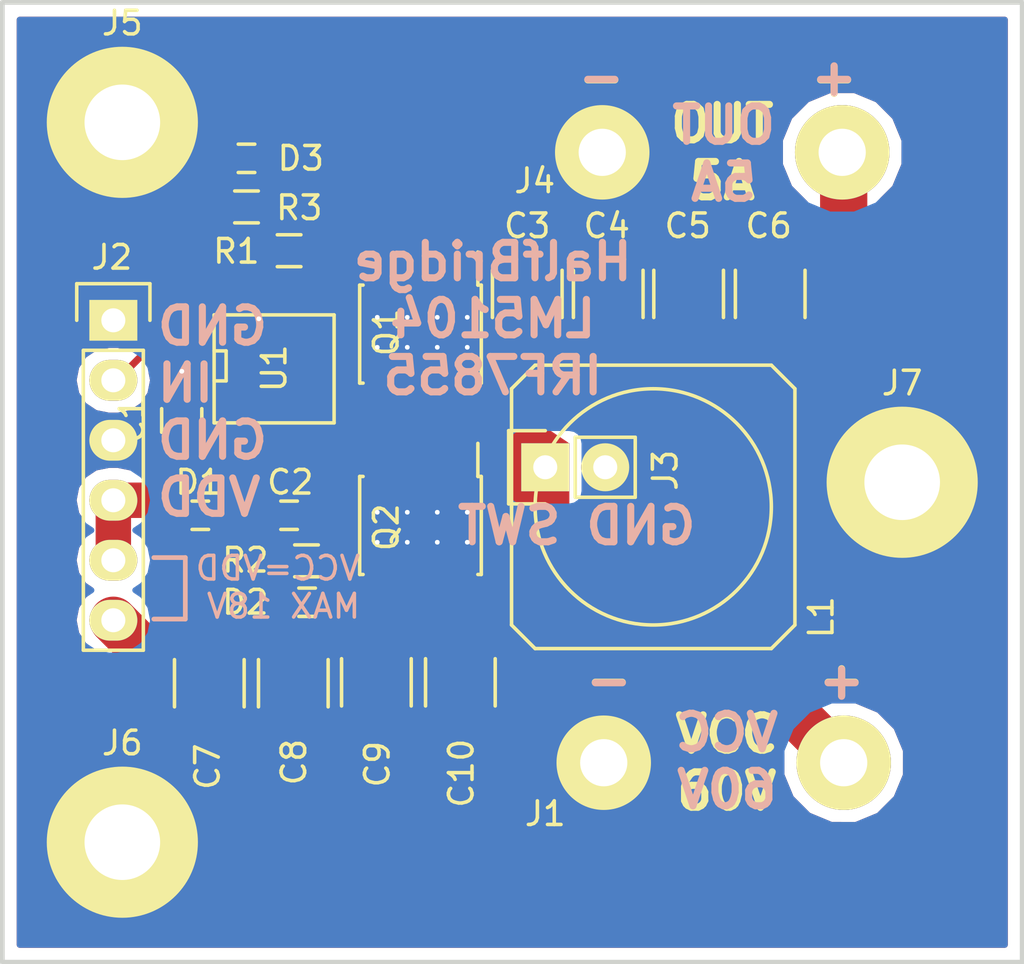
<source format=kicad_pcb>
(kicad_pcb (version 20170123) (host pcbnew "(2017-08-08 revision 53204e097)-makepkg")

  (general
    (thickness 1.6)
    (drawings 19)
    (tracks 119)
    (zones 0)
    (modules 27)
    (nets 13)
  )

  (page A4)
  (layers
    (0 F.Cu signal)
    (31 B.Cu signal)
    (32 B.Adhes user)
    (33 F.Adhes user)
    (34 B.Paste user)
    (35 F.Paste user)
    (36 B.SilkS user)
    (37 F.SilkS user)
    (38 B.Mask user)
    (39 F.Mask user)
    (40 Dwgs.User user)
    (41 Cmts.User user hide)
    (42 Eco1.User user)
    (43 Eco2.User user)
    (44 Edge.Cuts user)
    (45 Margin user)
    (46 B.CrtYd user)
    (47 F.CrtYd user)
    (48 B.Fab user)
    (49 F.Fab user hide)
  )

  (setup
    (last_trace_width 0.2)
    (user_trace_width 0.2)
    (user_trace_width 0.3)
    (user_trace_width 0.4)
    (user_trace_width 1.5)
    (user_trace_width 2)
    (trace_clearance 0.2)
    (zone_clearance 0.508)
    (zone_45_only no)
    (trace_min 0.2)
    (segment_width 0.2)
    (edge_width 0.15)
    (via_size 0.5)
    (via_drill 0.2)
    (via_min_size 0.45)
    (via_min_drill 0.2)
    (uvia_size 0.45)
    (uvia_drill 0.2)
    (uvias_allowed no)
    (uvia_min_size 0.2)
    (uvia_min_drill 0.1)
    (pcb_text_width 0.3)
    (pcb_text_size 1.5 1.5)
    (mod_edge_width 0.15)
    (mod_text_size 1 1)
    (mod_text_width 0.15)
    (pad_size 1.524 1.524)
    (pad_drill 0.762)
    (pad_to_mask_clearance 0.2)
    (aux_axis_origin 0 0)
    (visible_elements 7FFFFFFF)
    (pcbplotparams
      (layerselection 0x010f0_ffffffff)
      (usegerberextensions false)
      (excludeedgelayer true)
      (linewidth 0.100000)
      (plotframeref false)
      (viasonmask false)
      (mode 1)
      (useauxorigin false)
      (hpglpennumber 1)
      (hpglpenspeed 20)
      (hpglpendiameter 15)
      (psnegative false)
      (psa4output false)
      (plotreference true)
      (plotvalue true)
      (plotinvisibletext false)
      (padsonsilk false)
      (subtractmaskfromsilk false)
      (outputformat 1)
      (mirror false)
      (drillshape 0)
      (scaleselection 1)
      (outputdirectory ./CAM))
  )

  (net 0 "")
  (net 1 GND)
  (net 2 VDD)
  (net 3 "Net-(C2-Pad1)")
  (net 4 /OUT)
  (net 5 "Net-(D2-Pad1)")
  (net 6 "Net-(D2-Pad2)")
  (net 7 "Net-(D3-Pad2)")
  (net 8 "Net-(D3-Pad1)")
  (net 9 /IN)
  (net 10 VCC)
  (net 11 "Net-(R1-Pad1)")
  (net 12 /SWITCH)

  (net_class Default "This is the default net class."
    (clearance 0.2)
    (trace_width 0.2)
    (via_dia 0.5)
    (via_drill 0.2)
    (uvia_dia 0.45)
    (uvia_drill 0.2)
    (add_net /IN)
    (add_net /OUT)
    (add_net /SWITCH)
    (add_net GND)
    (add_net "Net-(C2-Pad1)")
    (add_net "Net-(D2-Pad1)")
    (add_net "Net-(D2-Pad2)")
    (add_net "Net-(D3-Pad1)")
    (add_net "Net-(D3-Pad2)")
    (add_net "Net-(R1-Pad1)")
    (add_net VCC)
    (add_net VDD)
  )

  (module Housings_SOIC:SOIC-8_3.9x4.9mm_Pitch1.27mm (layer F.Cu) (tedit 54130A77) (tstamp 59ED34CF)
    (at 132.0038 103.4288 270)
    (descr "8-Lead Plastic Small Outline (SN) - Narrow, 3.90 mm Body [SOIC] (see Microchip Packaging Specification 00000049BS.pdf)")
    (tags "SOIC 1.27")
    (path /59E5F992)
    (attr smd)
    (fp_text reference Q2 (at 0.0762 1.4478 270) (layer F.SilkS)
      (effects (font (size 1 1) (thickness 0.15)))
    )
    (fp_text value IRF7855PbF (at 0 3.5 270) (layer F.Fab)
      (effects (font (size 1 1) (thickness 0.15)))
    )
    (fp_line (start -3.75 -2.75) (end -3.75 2.75) (layer F.CrtYd) (width 0.05))
    (fp_line (start 3.75 -2.75) (end 3.75 2.75) (layer F.CrtYd) (width 0.05))
    (fp_line (start -3.75 -2.75) (end 3.75 -2.75) (layer F.CrtYd) (width 0.05))
    (fp_line (start -3.75 2.75) (end 3.75 2.75) (layer F.CrtYd) (width 0.05))
    (fp_line (start -2.075 -2.575) (end -2.075 -2.43) (layer F.SilkS) (width 0.15))
    (fp_line (start 2.075 -2.575) (end 2.075 -2.43) (layer F.SilkS) (width 0.15))
    (fp_line (start 2.075 2.575) (end 2.075 2.43) (layer F.SilkS) (width 0.15))
    (fp_line (start -2.075 2.575) (end -2.075 2.43) (layer F.SilkS) (width 0.15))
    (fp_line (start -2.075 -2.575) (end 2.075 -2.575) (layer F.SilkS) (width 0.15))
    (fp_line (start -2.075 2.575) (end 2.075 2.575) (layer F.SilkS) (width 0.15))
    (fp_line (start -2.075 -2.43) (end -3.475 -2.43) (layer F.SilkS) (width 0.15))
    (pad 1 smd rect (at -2.7 -1.905 270) (size 1.55 0.6) (layers F.Cu F.Paste F.Mask)
      (net 12 /SWITCH))
    (pad 2 smd rect (at -2.7 -0.635 270) (size 1.55 0.6) (layers F.Cu F.Paste F.Mask)
      (net 12 /SWITCH))
    (pad 3 smd rect (at -2.7 0.635 270) (size 1.55 0.6) (layers F.Cu F.Paste F.Mask)
      (net 12 /SWITCH))
    (pad 4 smd rect (at -2.7 1.905 270) (size 1.55 0.6) (layers F.Cu F.Paste F.Mask)
      (net 6 "Net-(D2-Pad2)"))
    (pad 5 smd rect (at 2.7 1.905 270) (size 1.55 0.6) (layers F.Cu F.Paste F.Mask)
      (net 10 VCC))
    (pad 6 smd rect (at 2.7 0.635 270) (size 1.55 0.6) (layers F.Cu F.Paste F.Mask)
      (net 10 VCC))
    (pad 7 smd rect (at 2.7 -0.635 270) (size 1.55 0.6) (layers F.Cu F.Paste F.Mask)
      (net 10 VCC))
    (pad 8 smd rect (at 2.7 -1.905 270) (size 1.55 0.6) (layers F.Cu F.Paste F.Mask)
      (net 10 VCC))
    (model Housings_SOIC.3dshapes/SOIC-8_3.9x4.9mm_Pitch1.27mm.wrl
      (at (xyz 0 0 0))
      (scale (xyz 1 1 1))
      (rotate (xyz 0 0 0))
    )
  )

  (module Capacitors_SMD:C_0603 (layer F.Cu) (tedit 5415D631) (tstamp 59E5F5B2)
    (at 122.682 102.997 180)
    (descr "Capacitor SMD 0603, reflow soldering, AVX (see smccp.pdf)")
    (tags "capacitor 0603")
    (path /59D76E00)
    (attr smd)
    (fp_text reference D1 (at 0.0762 1.397 180) (layer F.SilkS)
      (effects (font (size 1 1) (thickness 0.15)))
    )
    (fp_text value 1N4148 (at 0 1.9 180) (layer F.Fab)
      (effects (font (size 1 1) (thickness 0.15)))
    )
    (fp_line (start -1.45 -0.75) (end 1.45 -0.75) (layer F.CrtYd) (width 0.05))
    (fp_line (start -1.45 0.75) (end 1.45 0.75) (layer F.CrtYd) (width 0.05))
    (fp_line (start -1.45 -0.75) (end -1.45 0.75) (layer F.CrtYd) (width 0.05))
    (fp_line (start 1.45 -0.75) (end 1.45 0.75) (layer F.CrtYd) (width 0.05))
    (fp_line (start -0.35 -0.6) (end 0.35 -0.6) (layer F.SilkS) (width 0.15))
    (fp_line (start 0.35 0.6) (end -0.35 0.6) (layer F.SilkS) (width 0.15))
    (pad 1 smd rect (at -0.75 0 180) (size 0.8 0.75) (layers F.Cu F.Paste F.Mask)
      (net 3 "Net-(C2-Pad1)"))
    (pad 2 smd rect (at 0.75 0 180) (size 0.8 0.75) (layers F.Cu F.Paste F.Mask)
      (net 2 VDD))
    (model Capacitors_SMD.3dshapes/C_0603.wrl
      (at (xyz 0 0 0))
      (scale (xyz 1 1 1))
      (rotate (xyz 0 0 0))
    )
  )

  (module Pin_Headers:Pin_Header_Straight_1x02 (layer F.Cu) (tedit 54EA090C) (tstamp 59F4BAB9)
    (at 137.287 100.965 90)
    (descr "Through hole pin header")
    (tags "pin header")
    (path /59E4C031)
    (fp_text reference J3 (at -0.127 5.08 90) (layer F.SilkS)
      (effects (font (size 1 1) (thickness 0.15)))
    )
    (fp_text value CONN_01X02 (at 0 -3.1 90) (layer F.Fab)
      (effects (font (size 1 1) (thickness 0.15)))
    )
    (fp_line (start 1.27 1.27) (end 1.27 3.81) (layer F.SilkS) (width 0.15))
    (fp_line (start 1.55 -1.55) (end 1.55 0) (layer F.SilkS) (width 0.15))
    (fp_line (start -1.75 -1.75) (end -1.75 4.3) (layer F.CrtYd) (width 0.05))
    (fp_line (start 1.75 -1.75) (end 1.75 4.3) (layer F.CrtYd) (width 0.05))
    (fp_line (start -1.75 -1.75) (end 1.75 -1.75) (layer F.CrtYd) (width 0.05))
    (fp_line (start -1.75 4.3) (end 1.75 4.3) (layer F.CrtYd) (width 0.05))
    (fp_line (start 1.27 1.27) (end -1.27 1.27) (layer F.SilkS) (width 0.15))
    (fp_line (start -1.55 0) (end -1.55 -1.55) (layer F.SilkS) (width 0.15))
    (fp_line (start -1.55 -1.55) (end 1.55 -1.55) (layer F.SilkS) (width 0.15))
    (fp_line (start -1.27 1.27) (end -1.27 3.81) (layer F.SilkS) (width 0.15))
    (fp_line (start -1.27 3.81) (end 1.27 3.81) (layer F.SilkS) (width 0.15))
    (pad 1 thru_hole rect (at 0 0 90) (size 2.032 2.032) (drill 1.016) (layers *.Cu *.Mask F.SilkS)
      (net 12 /SWITCH))
    (pad 2 thru_hole oval (at 0 2.54 90) (size 2.032 2.032) (drill 1.016) (layers *.Cu *.Mask F.SilkS)
      (net 1 GND))
    (model Pin_Headers.3dshapes/Pin_Header_Straight_1x02.wrl
      (at (xyz 0 -0.05 0))
      (scale (xyz 1 1 1))
      (rotate (xyz 0 0 90))
    )
  )

  (module Capacitors_SMD:C_0603 (layer F.Cu) (tedit 5415D631) (tstamp 59E5F5BE)
    (at 127.2032 106.68)
    (descr "Capacitor SMD 0603, reflow soldering, AVX (see smccp.pdf)")
    (tags "capacitor 0603")
    (path /59D77F66)
    (attr smd)
    (fp_text reference D2 (at -2.6162 0) (layer F.SilkS)
      (effects (font (size 1 1) (thickness 0.15)))
    )
    (fp_text value 1N4148 (at 0 1.9) (layer F.Fab)
      (effects (font (size 1 1) (thickness 0.15)))
    )
    (fp_line (start -1.45 -0.75) (end 1.45 -0.75) (layer F.CrtYd) (width 0.05))
    (fp_line (start -1.45 0.75) (end 1.45 0.75) (layer F.CrtYd) (width 0.05))
    (fp_line (start -1.45 -0.75) (end -1.45 0.75) (layer F.CrtYd) (width 0.05))
    (fp_line (start 1.45 -0.75) (end 1.45 0.75) (layer F.CrtYd) (width 0.05))
    (fp_line (start -0.35 -0.6) (end 0.35 -0.6) (layer F.SilkS) (width 0.15))
    (fp_line (start 0.35 0.6) (end -0.35 0.6) (layer F.SilkS) (width 0.15))
    (pad 1 smd rect (at -0.75 0) (size 0.8 0.75) (layers F.Cu F.Paste F.Mask)
      (net 5 "Net-(D2-Pad1)"))
    (pad 2 smd rect (at 0.75 0) (size 0.8 0.75) (layers F.Cu F.Paste F.Mask)
      (net 6 "Net-(D2-Pad2)"))
    (model Capacitors_SMD.3dshapes/C_0603.wrl
      (at (xyz 0 0 0))
      (scale (xyz 1 1 1))
      (rotate (xyz 0 0 0))
    )
  )

  (module Capacitors_SMD:C_0603 (layer F.Cu) (tedit 5415D631) (tstamp 59E5F5CA)
    (at 124.6378 87.884)
    (descr "Capacitor SMD 0603, reflow soldering, AVX (see smccp.pdf)")
    (tags "capacitor 0603")
    (path /59D77FD9)
    (attr smd)
    (fp_text reference D3 (at 2.2987 0) (layer F.SilkS)
      (effects (font (size 1 1) (thickness 0.15)))
    )
    (fp_text value D (at 0 1.9) (layer F.Fab)
      (effects (font (size 1 1) (thickness 0.15)))
    )
    (fp_line (start 0.35 0.6) (end -0.35 0.6) (layer F.SilkS) (width 0.15))
    (fp_line (start -0.35 -0.6) (end 0.35 -0.6) (layer F.SilkS) (width 0.15))
    (fp_line (start 1.45 -0.75) (end 1.45 0.75) (layer F.CrtYd) (width 0.05))
    (fp_line (start -1.45 -0.75) (end -1.45 0.75) (layer F.CrtYd) (width 0.05))
    (fp_line (start -1.45 0.75) (end 1.45 0.75) (layer F.CrtYd) (width 0.05))
    (fp_line (start -1.45 -0.75) (end 1.45 -0.75) (layer F.CrtYd) (width 0.05))
    (pad 2 smd rect (at 0.75 0) (size 0.8 0.75) (layers F.Cu F.Paste F.Mask)
      (net 7 "Net-(D3-Pad2)"))
    (pad 1 smd rect (at -0.75 0) (size 0.8 0.75) (layers F.Cu F.Paste F.Mask)
      (net 8 "Net-(D3-Pad1)"))
    (model Capacitors_SMD.3dshapes/C_0603.wrl
      (at (xyz 0 0 0))
      (scale (xyz 1 1 1))
      (rotate (xyz 0 0 0))
    )
  )

  (module Inductors:SELF-WE-PD-XXL (layer F.Cu) (tedit 0) (tstamp 59E5F620)
    (at 141.859 102.6414)
    (descr "SELF- WE-PD-XXL")
    (path /59D76EB0)
    (attr smd)
    (fp_text reference L1 (at 7.112 4.6736 90) (layer F.SilkS)
      (effects (font (size 1 1) (thickness 0.15)))
    )
    (fp_text value 744770115 (at 1.80086 0 90) (layer F.Fab)
      (effects (font (size 1 1) (thickness 0.15)))
    )
    (fp_circle (center 0 0) (end 0 -5.00126) (layer F.SilkS) (width 0.15))
    (fp_line (start -5.99948 0) (end -5.99948 -5.00126) (layer F.SilkS) (width 0.15))
    (fp_line (start -5.99948 -5.00126) (end -5.00126 -5.99948) (layer F.SilkS) (width 0.15))
    (fp_line (start -5.00126 -5.99948) (end 5.00126 -5.99948) (layer F.SilkS) (width 0.15))
    (fp_line (start 5.00126 -5.99948) (end 5.99948 -5.00126) (layer F.SilkS) (width 0.15))
    (fp_line (start 5.99948 -5.00126) (end 5.99948 5.00126) (layer F.SilkS) (width 0.15))
    (fp_line (start 5.99948 5.00126) (end 5.00126 5.99948) (layer F.SilkS) (width 0.15))
    (fp_line (start 5.00126 5.99948) (end -5.00126 5.99948) (layer F.SilkS) (width 0.15))
    (fp_line (start -5.00126 5.99948) (end -5.99948 5.00126) (layer F.SilkS) (width 0.15))
    (fp_line (start -5.99948 5.00126) (end -5.99948 0) (layer F.SilkS) (width 0.15))
    (fp_text user "" (at 0 0) (layer F.SilkS)
      (effects (font (size 1 1) (thickness 0.15)))
    )
    (fp_text user "" (at 0 0) (layer F.SilkS)
      (effects (font (size 1 1) (thickness 0.15)))
    )
    (pad 1 smd rect (at -5.00126 0) (size 2.90068 5.40004) (layers F.Cu F.Paste F.Mask)
      (net 12 /SWITCH))
    (pad 2 smd rect (at 5.00126 0) (size 2.90068 5.40004) (layers F.Cu F.Paste F.Mask)
      (net 4 /OUT))
    (model Inductors.3dshapes/SELF-WE-PD-XXL.wrl
      (at (xyz 0 0 0))
      (scale (xyz 1 1 1))
      (rotate (xyz 0 0 0))
    )
  )

  (module Resistors_SMD:R_0603 (layer F.Cu) (tedit 5415CC62) (tstamp 59E5F64E)
    (at 126.4412 91.7956 180)
    (descr "Resistor SMD 0603, reflow soldering, Vishay (see dcrcw.pdf)")
    (tags "resistor 0603")
    (path /59D76CF6)
    (attr smd)
    (fp_text reference R1 (at 2.2352 -0.0254 180) (layer F.SilkS)
      (effects (font (size 1 1) (thickness 0.15)))
    )
    (fp_text value 10k (at 0 1.9 180) (layer F.Fab)
      (effects (font (size 1 1) (thickness 0.15)))
    )
    (fp_line (start -1.3 -0.8) (end 1.3 -0.8) (layer F.CrtYd) (width 0.05))
    (fp_line (start -1.3 0.8) (end 1.3 0.8) (layer F.CrtYd) (width 0.05))
    (fp_line (start -1.3 -0.8) (end -1.3 0.8) (layer F.CrtYd) (width 0.05))
    (fp_line (start 1.3 -0.8) (end 1.3 0.8) (layer F.CrtYd) (width 0.05))
    (fp_line (start 0.5 0.675) (end -0.5 0.675) (layer F.SilkS) (width 0.15))
    (fp_line (start -0.5 -0.675) (end 0.5 -0.675) (layer F.SilkS) (width 0.15))
    (pad 1 smd rect (at -0.75 0 180) (size 0.5 0.9) (layers F.Cu F.Paste F.Mask)
      (net 11 "Net-(R1-Pad1)"))
    (pad 2 smd rect (at 0.75 0 180) (size 0.5 0.9) (layers F.Cu F.Paste F.Mask)
      (net 1 GND))
    (model Resistors_SMD.3dshapes/R_0603.wrl
      (at (xyz 0 0 0))
      (scale (xyz 1 1 1))
      (rotate (xyz 0 0 0))
    )
  )

  (module Resistors_SMD:R_0603 (layer F.Cu) (tedit 5415CC62) (tstamp 59E5F65A)
    (at 127.1778 104.9274)
    (descr "Resistor SMD 0603, reflow soldering, Vishay (see dcrcw.pdf)")
    (tags "resistor 0603")
    (path /59D76DA0)
    (attr smd)
    (fp_text reference R2 (at -2.5908 -0.0254) (layer F.SilkS)
      (effects (font (size 1 1) (thickness 0.15)))
    )
    (fp_text value 10R (at 0 1.9) (layer F.Fab)
      (effects (font (size 1 1) (thickness 0.15)))
    )
    (fp_line (start -0.5 -0.675) (end 0.5 -0.675) (layer F.SilkS) (width 0.15))
    (fp_line (start 0.5 0.675) (end -0.5 0.675) (layer F.SilkS) (width 0.15))
    (fp_line (start 1.3 -0.8) (end 1.3 0.8) (layer F.CrtYd) (width 0.05))
    (fp_line (start -1.3 -0.8) (end -1.3 0.8) (layer F.CrtYd) (width 0.05))
    (fp_line (start -1.3 0.8) (end 1.3 0.8) (layer F.CrtYd) (width 0.05))
    (fp_line (start -1.3 -0.8) (end 1.3 -0.8) (layer F.CrtYd) (width 0.05))
    (pad 2 smd rect (at 0.75 0) (size 0.5 0.9) (layers F.Cu F.Paste F.Mask)
      (net 6 "Net-(D2-Pad2)"))
    (pad 1 smd rect (at -0.75 0) (size 0.5 0.9) (layers F.Cu F.Paste F.Mask)
      (net 5 "Net-(D2-Pad1)"))
    (model Resistors_SMD.3dshapes/R_0603.wrl
      (at (xyz 0 0 0))
      (scale (xyz 1 1 1))
      (rotate (xyz 0 0 0))
    )
  )

  (module Resistors_SMD:R_0603 (layer F.Cu) (tedit 5415CC62) (tstamp 59E5F666)
    (at 124.6378 89.9414 180)
    (descr "Resistor SMD 0603, reflow soldering, Vishay (see dcrcw.pdf)")
    (tags "resistor 0603")
    (path /59D76D3D)
    (attr smd)
    (fp_text reference R3 (at -2.2352 -0.0381 180) (layer F.SilkS)
      (effects (font (size 1 1) (thickness 0.15)))
    )
    (fp_text value 1N4148 (at 0 1.9 180) (layer F.Fab)
      (effects (font (size 1 1) (thickness 0.15)))
    )
    (fp_line (start -1.3 -0.8) (end 1.3 -0.8) (layer F.CrtYd) (width 0.05))
    (fp_line (start -1.3 0.8) (end 1.3 0.8) (layer F.CrtYd) (width 0.05))
    (fp_line (start -1.3 -0.8) (end -1.3 0.8) (layer F.CrtYd) (width 0.05))
    (fp_line (start 1.3 -0.8) (end 1.3 0.8) (layer F.CrtYd) (width 0.05))
    (fp_line (start 0.5 0.675) (end -0.5 0.675) (layer F.SilkS) (width 0.15))
    (fp_line (start -0.5 -0.675) (end 0.5 -0.675) (layer F.SilkS) (width 0.15))
    (pad 1 smd rect (at -0.75 0 180) (size 0.5 0.9) (layers F.Cu F.Paste F.Mask)
      (net 7 "Net-(D3-Pad2)"))
    (pad 2 smd rect (at 0.75 0 180) (size 0.5 0.9) (layers F.Cu F.Paste F.Mask)
      (net 8 "Net-(D3-Pad1)"))
    (model Resistors_SMD.3dshapes/R_0603.wrl
      (at (xyz 0 0 0))
      (scale (xyz 1 1 1))
      (rotate (xyz 0 0 0))
    )
  )

  (module SMD_Packages:SOIC-8-N (layer F.Cu) (tedit 0) (tstamp 59E5F679)
    (at 125.8062 96.7994)
    (descr "Module Narrow CMS SOJ 8 pins large")
    (tags "CMS SOJ")
    (path /59D7AE2B)
    (attr smd)
    (fp_text reference U1 (at 0 -0.0254 90) (layer F.SilkS)
      (effects (font (size 1 1) (thickness 0.15)))
    )
    (fp_text value LM5104 (at 0 1.27) (layer F.Fab)
      (effects (font (size 1 1) (thickness 0.15)))
    )
    (fp_line (start -2.54 -2.286) (end 2.54 -2.286) (layer F.SilkS) (width 0.15))
    (fp_line (start 2.54 -2.286) (end 2.54 2.286) (layer F.SilkS) (width 0.15))
    (fp_line (start 2.54 2.286) (end -2.54 2.286) (layer F.SilkS) (width 0.15))
    (fp_line (start -2.54 2.286) (end -2.54 -2.286) (layer F.SilkS) (width 0.15))
    (fp_line (start -2.54 -0.762) (end -2.032 -0.762) (layer F.SilkS) (width 0.15))
    (fp_line (start -2.032 -0.762) (end -2.032 0.508) (layer F.SilkS) (width 0.15))
    (fp_line (start -2.032 0.508) (end -2.54 0.508) (layer F.SilkS) (width 0.15))
    (pad 8 smd rect (at -1.905 -3.175) (size 0.508 1.143) (layers F.Cu F.Paste F.Mask)
      (net 8 "Net-(D3-Pad1)"))
    (pad 7 smd rect (at -0.635 -3.175) (size 0.508 1.143) (layers F.Cu F.Paste F.Mask)
      (net 1 GND))
    (pad 6 smd rect (at 0.635 -3.175) (size 0.508 1.143) (layers F.Cu F.Paste F.Mask)
      (net 9 /IN))
    (pad 5 smd rect (at 1.905 -3.175) (size 0.508 1.143) (layers F.Cu F.Paste F.Mask)
      (net 11 "Net-(R1-Pad1)"))
    (pad 4 smd rect (at 1.905 3.175) (size 0.508 1.143) (layers F.Cu F.Paste F.Mask)
      (net 12 /SWITCH))
    (pad 3 smd rect (at 0.635 3.175) (size 0.508 1.143) (layers F.Cu F.Paste F.Mask)
      (net 5 "Net-(D2-Pad1)"))
    (pad 2 smd rect (at -0.635 3.175) (size 0.508 1.143) (layers F.Cu F.Paste F.Mask)
      (net 3 "Net-(C2-Pad1)"))
    (pad 1 smd rect (at -1.905 3.175) (size 0.508 1.143) (layers F.Cu F.Paste F.Mask)
      (net 2 VDD))
    (model SMD_Packages.3dshapes/SOIC-8-N.wrl
      (at (xyz 0 0 0))
      (scale (xyz 0.5 0.38 0.5))
      (rotate (xyz 0 0 0))
    )
  )

  (module Capacitors_SMD:C_0805 (layer F.Cu) (tedit 5415D6EA) (tstamp 59E85B34)
    (at 121.8946 98.9838 90)
    (descr "Capacitor SMD 0805, reflow soldering, AVX (see smccp.pdf)")
    (tags "capacitor 0805")
    (path /59D76CCF)
    (attr smd)
    (fp_text reference C1 (at 0 -2.1 90) (layer F.SilkS)
      (effects (font (size 1 1) (thickness 0.15)))
    )
    (fp_text value 1u (at 0 2.1 90) (layer F.Fab)
      (effects (font (size 1 1) (thickness 0.15)))
    )
    (fp_line (start -1.8 -1) (end 1.8 -1) (layer F.CrtYd) (width 0.05))
    (fp_line (start -1.8 1) (end 1.8 1) (layer F.CrtYd) (width 0.05))
    (fp_line (start -1.8 -1) (end -1.8 1) (layer F.CrtYd) (width 0.05))
    (fp_line (start 1.8 -1) (end 1.8 1) (layer F.CrtYd) (width 0.05))
    (fp_line (start 0.5 -0.85) (end -0.5 -0.85) (layer F.SilkS) (width 0.15))
    (fp_line (start -0.5 0.85) (end 0.5 0.85) (layer F.SilkS) (width 0.15))
    (pad 1 smd rect (at -1 0 90) (size 1 1.25) (layers F.Cu F.Paste F.Mask)
      (net 2 VDD))
    (pad 2 smd rect (at 1 0 90) (size 1 1.25) (layers F.Cu F.Paste F.Mask)
      (net 1 GND))
    (model Capacitors_SMD.3dshapes/C_0805.wrl
      (at (xyz 0 0 0))
      (scale (xyz 1 1 1))
      (rotate (xyz 0 0 0))
    )
  )

  (module Capacitors_SMD:C_0603 (layer F.Cu) (tedit 5415D631) (tstamp 59E85B3F)
    (at 126.4412 102.997)
    (descr "Capacitor SMD 0603, reflow soldering, AVX (see smccp.pdf)")
    (tags "capacitor 0603")
    (path /59D76C68)
    (attr smd)
    (fp_text reference C2 (at 0.0508 -1.397) (layer F.SilkS)
      (effects (font (size 1 1) (thickness 0.15)))
    )
    (fp_text value 47n (at 0 1.9) (layer F.Fab)
      (effects (font (size 1 1) (thickness 0.15)))
    )
    (fp_line (start -1.45 -0.75) (end 1.45 -0.75) (layer F.CrtYd) (width 0.05))
    (fp_line (start -1.45 0.75) (end 1.45 0.75) (layer F.CrtYd) (width 0.05))
    (fp_line (start -1.45 -0.75) (end -1.45 0.75) (layer F.CrtYd) (width 0.05))
    (fp_line (start 1.45 -0.75) (end 1.45 0.75) (layer F.CrtYd) (width 0.05))
    (fp_line (start -0.35 -0.6) (end 0.35 -0.6) (layer F.SilkS) (width 0.15))
    (fp_line (start 0.35 0.6) (end -0.35 0.6) (layer F.SilkS) (width 0.15))
    (pad 1 smd rect (at -0.75 0) (size 0.8 0.75) (layers F.Cu F.Paste F.Mask)
      (net 3 "Net-(C2-Pad1)"))
    (pad 2 smd rect (at 0.75 0) (size 0.8 0.75) (layers F.Cu F.Paste F.Mask)
      (net 12 /SWITCH))
    (model Capacitors_SMD.3dshapes/C_0603.wrl
      (at (xyz 0 0 0))
      (scale (xyz 1 1 1))
      (rotate (xyz 0 0 0))
    )
  )

  (module Capacitors_SMD:C_1210 (layer F.Cu) (tedit 5415D85D) (tstamp 59EDDA5E)
    (at 139.954 93.6244 90)
    (descr "Capacitor SMD 1210, reflow soldering, AVX (see smccp.pdf)")
    (tags "capacitor 1210")
    (path /59D7B2EE)
    (attr smd)
    (fp_text reference C4 (at 2.8829 -0.0635 180) (layer F.SilkS)
      (effects (font (size 1 1) (thickness 0.15)))
    )
    (fp_text value 10u (at 0 2.7 90) (layer F.Fab)
      (effects (font (size 1 1) (thickness 0.15)))
    )
    (fp_line (start -2.3 -1.6) (end 2.3 -1.6) (layer F.CrtYd) (width 0.05))
    (fp_line (start -2.3 1.6) (end 2.3 1.6) (layer F.CrtYd) (width 0.05))
    (fp_line (start -2.3 -1.6) (end -2.3 1.6) (layer F.CrtYd) (width 0.05))
    (fp_line (start 2.3 -1.6) (end 2.3 1.6) (layer F.CrtYd) (width 0.05))
    (fp_line (start 1 -1.475) (end -1 -1.475) (layer F.SilkS) (width 0.15))
    (fp_line (start -1 1.475) (end 1 1.475) (layer F.SilkS) (width 0.15))
    (pad 1 smd rect (at -1.5 0 90) (size 1 2.5) (layers F.Cu F.Paste F.Mask)
      (net 4 /OUT))
    (pad 2 smd rect (at 1.5 0 90) (size 1 2.5) (layers F.Cu F.Paste F.Mask)
      (net 1 GND))
    (model Capacitors_SMD.3dshapes/C_1210.wrl
      (at (xyz 0 0 0))
      (scale (xyz 1 1 1))
      (rotate (xyz 0 0 0))
    )
  )

  (module Capacitors_SMD:C_1210 (layer F.Cu) (tedit 5415D85D) (tstamp 59EDDA69)
    (at 143.3576 93.6244 90)
    (descr "Capacitor SMD 1210, reflow soldering, AVX (see smccp.pdf)")
    (tags "capacitor 1210")
    (path /59D7B33B)
    (attr smd)
    (fp_text reference C5 (at 2.8829 -0.0381 180) (layer F.SilkS)
      (effects (font (size 1 1) (thickness 0.15)))
    )
    (fp_text value 10u (at 0 2.7 90) (layer F.Fab)
      (effects (font (size 1 1) (thickness 0.15)))
    )
    (fp_line (start -1 1.475) (end 1 1.475) (layer F.SilkS) (width 0.15))
    (fp_line (start 1 -1.475) (end -1 -1.475) (layer F.SilkS) (width 0.15))
    (fp_line (start 2.3 -1.6) (end 2.3 1.6) (layer F.CrtYd) (width 0.05))
    (fp_line (start -2.3 -1.6) (end -2.3 1.6) (layer F.CrtYd) (width 0.05))
    (fp_line (start -2.3 1.6) (end 2.3 1.6) (layer F.CrtYd) (width 0.05))
    (fp_line (start -2.3 -1.6) (end 2.3 -1.6) (layer F.CrtYd) (width 0.05))
    (pad 2 smd rect (at 1.5 0 90) (size 1 2.5) (layers F.Cu F.Paste F.Mask)
      (net 1 GND))
    (pad 1 smd rect (at -1.5 0 90) (size 1 2.5) (layers F.Cu F.Paste F.Mask)
      (net 4 /OUT))
    (model Capacitors_SMD.3dshapes/C_1210.wrl
      (at (xyz 0 0 0))
      (scale (xyz 1 1 1))
      (rotate (xyz 0 0 0))
    )
  )

  (module Capacitors_SMD:C_1210 (layer F.Cu) (tedit 5415D85D) (tstamp 59EDDA74)
    (at 146.812 93.6244 90)
    (descr "Capacitor SMD 1210, reflow soldering, AVX (see smccp.pdf)")
    (tags "capacitor 1210")
    (path /59E62C2C)
    (attr smd)
    (fp_text reference C6 (at 2.8829 -0.0635 180) (layer F.SilkS)
      (effects (font (size 1 1) (thickness 0.15)))
    )
    (fp_text value 10u (at 0 2.7 90) (layer F.Fab)
      (effects (font (size 1 1) (thickness 0.15)))
    )
    (fp_line (start -2.3 -1.6) (end 2.3 -1.6) (layer F.CrtYd) (width 0.05))
    (fp_line (start -2.3 1.6) (end 2.3 1.6) (layer F.CrtYd) (width 0.05))
    (fp_line (start -2.3 -1.6) (end -2.3 1.6) (layer F.CrtYd) (width 0.05))
    (fp_line (start 2.3 -1.6) (end 2.3 1.6) (layer F.CrtYd) (width 0.05))
    (fp_line (start 1 -1.475) (end -1 -1.475) (layer F.SilkS) (width 0.15))
    (fp_line (start -1 1.475) (end 1 1.475) (layer F.SilkS) (width 0.15))
    (pad 1 smd rect (at -1.5 0 90) (size 1 2.5) (layers F.Cu F.Paste F.Mask)
      (net 4 /OUT))
    (pad 2 smd rect (at 1.5 0 90) (size 1 2.5) (layers F.Cu F.Paste F.Mask)
      (net 1 GND))
    (model Capacitors_SMD.3dshapes/C_1210.wrl
      (at (xyz 0 0 0))
      (scale (xyz 1 1 1))
      (rotate (xyz 0 0 0))
    )
  )

  (module Capacitors_SMD:C_1210 (layer F.Cu) (tedit 5415D85D) (tstamp 59EDDBA5)
    (at 136.525 93.6244 90)
    (descr "Capacitor SMD 1210, reflow soldering, AVX (see smccp.pdf)")
    (tags "capacitor 1210")
    (path /59D76E77)
    (attr smd)
    (fp_text reference C3 (at 2.8829 0 180) (layer F.SilkS)
      (effects (font (size 1 1) (thickness 0.15)))
    )
    (fp_text value 68u (at 0 2.7 90) (layer F.Fab)
      (effects (font (size 1 1) (thickness 0.15)))
    )
    (fp_line (start -2.3 -1.6) (end 2.3 -1.6) (layer F.CrtYd) (width 0.05))
    (fp_line (start -2.3 1.6) (end 2.3 1.6) (layer F.CrtYd) (width 0.05))
    (fp_line (start -2.3 -1.6) (end -2.3 1.6) (layer F.CrtYd) (width 0.05))
    (fp_line (start 2.3 -1.6) (end 2.3 1.6) (layer F.CrtYd) (width 0.05))
    (fp_line (start 1 -1.475) (end -1 -1.475) (layer F.SilkS) (width 0.15))
    (fp_line (start -1 1.475) (end 1 1.475) (layer F.SilkS) (width 0.15))
    (pad 1 smd rect (at -1.5 0 90) (size 1 2.5) (layers F.Cu F.Paste F.Mask)
      (net 4 /OUT))
    (pad 2 smd rect (at 1.5 0 90) (size 1 2.5) (layers F.Cu F.Paste F.Mask)
      (net 1 GND))
    (model Capacitors_SMD.3dshapes/C_1210.wrl
      (at (xyz 0 0 0))
      (scale (xyz 1 1 1))
      (rotate (xyz 0 0 0))
    )
  )

  (module Housings_SOIC:SOIC-8_3.9x4.9mm_Pitch1.27mm (layer F.Cu) (tedit 54130A77) (tstamp 59ED34B9)
    (at 132.0038 95.3262 270)
    (descr "8-Lead Plastic Small Outline (SN) - Narrow, 3.90 mm Body [SOIC] (see Microchip Packaging Specification 00000049BS.pdf)")
    (tags "SOIC 1.27")
    (path /59E5FE94)
    (attr smd)
    (fp_text reference Q1 (at -0.0762 1.4478 270) (layer F.SilkS)
      (effects (font (size 1 1) (thickness 0.15)))
    )
    (fp_text value IRF7855PbF (at 0 3.5 270) (layer F.Fab)
      (effects (font (size 1 1) (thickness 0.15)))
    )
    (fp_line (start -2.075 -2.43) (end -3.475 -2.43) (layer F.SilkS) (width 0.15))
    (fp_line (start -2.075 2.575) (end 2.075 2.575) (layer F.SilkS) (width 0.15))
    (fp_line (start -2.075 -2.575) (end 2.075 -2.575) (layer F.SilkS) (width 0.15))
    (fp_line (start -2.075 2.575) (end -2.075 2.43) (layer F.SilkS) (width 0.15))
    (fp_line (start 2.075 2.575) (end 2.075 2.43) (layer F.SilkS) (width 0.15))
    (fp_line (start 2.075 -2.575) (end 2.075 -2.43) (layer F.SilkS) (width 0.15))
    (fp_line (start -2.075 -2.575) (end -2.075 -2.43) (layer F.SilkS) (width 0.15))
    (fp_line (start -3.75 2.75) (end 3.75 2.75) (layer F.CrtYd) (width 0.05))
    (fp_line (start -3.75 -2.75) (end 3.75 -2.75) (layer F.CrtYd) (width 0.05))
    (fp_line (start 3.75 -2.75) (end 3.75 2.75) (layer F.CrtYd) (width 0.05))
    (fp_line (start -3.75 -2.75) (end -3.75 2.75) (layer F.CrtYd) (width 0.05))
    (pad 8 smd rect (at 2.7 -1.905 270) (size 1.55 0.6) (layers F.Cu F.Paste F.Mask)
      (net 12 /SWITCH))
    (pad 7 smd rect (at 2.7 -0.635 270) (size 1.55 0.6) (layers F.Cu F.Paste F.Mask)
      (net 12 /SWITCH))
    (pad 6 smd rect (at 2.7 0.635 270) (size 1.55 0.6) (layers F.Cu F.Paste F.Mask)
      (net 12 /SWITCH))
    (pad 5 smd rect (at 2.7 1.905 270) (size 1.55 0.6) (layers F.Cu F.Paste F.Mask)
      (net 12 /SWITCH))
    (pad 4 smd rect (at -2.7 1.905 270) (size 1.55 0.6) (layers F.Cu F.Paste F.Mask)
      (net 7 "Net-(D3-Pad2)"))
    (pad 3 smd rect (at -2.7 0.635 270) (size 1.55 0.6) (layers F.Cu F.Paste F.Mask)
      (net 1 GND))
    (pad 2 smd rect (at -2.7 -0.635 270) (size 1.55 0.6) (layers F.Cu F.Paste F.Mask)
      (net 1 GND))
    (pad 1 smd rect (at -2.7 -1.905 270) (size 1.55 0.6) (layers F.Cu F.Paste F.Mask)
      (net 1 GND))
    (model Housings_SOIC.3dshapes/SOIC-8_3.9x4.9mm_Pitch1.27mm.wrl
      (at (xyz 0 0 0))
      (scale (xyz 1 1 1))
      (rotate (xyz 0 0 0))
    )
  )

  (module Capacitors_SMD:C_1210 (layer F.Cu) (tedit 5415D85D) (tstamp 59EF853D)
    (at 123.063 110.109 270)
    (descr "Capacitor SMD 1210, reflow soldering, AVX (see smccp.pdf)")
    (tags "capacitor 1210")
    (path /59E498CD)
    (attr smd)
    (fp_text reference C7 (at 3.5306 0.0762 270) (layer F.SilkS)
      (effects (font (size 1 1) (thickness 0.15)))
    )
    (fp_text value 10u (at 0 2.7 270) (layer F.Fab)
      (effects (font (size 1 1) (thickness 0.15)))
    )
    (fp_line (start -2.3 -1.6) (end 2.3 -1.6) (layer F.CrtYd) (width 0.05))
    (fp_line (start -2.3 1.6) (end 2.3 1.6) (layer F.CrtYd) (width 0.05))
    (fp_line (start -2.3 -1.6) (end -2.3 1.6) (layer F.CrtYd) (width 0.05))
    (fp_line (start 2.3 -1.6) (end 2.3 1.6) (layer F.CrtYd) (width 0.05))
    (fp_line (start 1 -1.475) (end -1 -1.475) (layer F.SilkS) (width 0.15))
    (fp_line (start -1 1.475) (end 1 1.475) (layer F.SilkS) (width 0.15))
    (pad 1 smd rect (at -1.5 0 270) (size 1 2.5) (layers F.Cu F.Paste F.Mask)
      (net 10 VCC))
    (pad 2 smd rect (at 1.5 0 270) (size 1 2.5) (layers F.Cu F.Paste F.Mask)
      (net 1 GND))
    (model Capacitors_SMD.3dshapes/C_1210.wrl
      (at (xyz 0 0 0))
      (scale (xyz 1 1 1))
      (rotate (xyz 0 0 0))
    )
  )

  (module Capacitors_SMD:C_1210 (layer F.Cu) (tedit 5415D85D) (tstamp 59F1CF27)
    (at 126.619 110.109 270)
    (descr "Capacitor SMD 1210, reflow soldering, AVX (see smccp.pdf)")
    (tags "capacitor 1210")
    (path /59E630D9)
    (attr smd)
    (fp_text reference C8 (at 3.3401 -0.0254 270) (layer F.SilkS)
      (effects (font (size 1 1) (thickness 0.15)))
    )
    (fp_text value 10u (at 3.8481 0.3048 270) (layer F.Fab)
      (effects (font (size 1 1) (thickness 0.15)))
    )
    (fp_line (start -2.3 -1.6) (end 2.3 -1.6) (layer F.CrtYd) (width 0.05))
    (fp_line (start -2.3 1.6) (end 2.3 1.6) (layer F.CrtYd) (width 0.05))
    (fp_line (start -2.3 -1.6) (end -2.3 1.6) (layer F.CrtYd) (width 0.05))
    (fp_line (start 2.3 -1.6) (end 2.3 1.6) (layer F.CrtYd) (width 0.05))
    (fp_line (start 1 -1.475) (end -1 -1.475) (layer F.SilkS) (width 0.15))
    (fp_line (start -1 1.475) (end 1 1.475) (layer F.SilkS) (width 0.15))
    (pad 1 smd rect (at -1.5 0 270) (size 1 2.5) (layers F.Cu F.Paste F.Mask)
      (net 10 VCC))
    (pad 2 smd rect (at 1.5 0 270) (size 1 2.5) (layers F.Cu F.Paste F.Mask)
      (net 1 GND))
    (model Capacitors_SMD.3dshapes/C_1210.wrl
      (at (xyz 0 0 0))
      (scale (xyz 1 1 1))
      (rotate (xyz 0 0 0))
    )
  )

  (module Capacitors_SMD:C_1210 (layer F.Cu) (tedit 5415D85D) (tstamp 59F1D948)
    (at 130.1369 110.0709 270)
    (descr "Capacitor SMD 1210, reflow soldering, AVX (see smccp.pdf)")
    (tags "capacitor 1210")
    (path /59E63B7E)
    (attr smd)
    (fp_text reference C9 (at 3.4671 -0.0381 270) (layer F.SilkS)
      (effects (font (size 1 1) (thickness 0.15)))
    )
    (fp_text value 10u (at 0 2.7 270) (layer F.Fab)
      (effects (font (size 1 1) (thickness 0.15)))
    )
    (fp_line (start -2.3 -1.6) (end 2.3 -1.6) (layer F.CrtYd) (width 0.05))
    (fp_line (start -2.3 1.6) (end 2.3 1.6) (layer F.CrtYd) (width 0.05))
    (fp_line (start -2.3 -1.6) (end -2.3 1.6) (layer F.CrtYd) (width 0.05))
    (fp_line (start 2.3 -1.6) (end 2.3 1.6) (layer F.CrtYd) (width 0.05))
    (fp_line (start 1 -1.475) (end -1 -1.475) (layer F.SilkS) (width 0.15))
    (fp_line (start -1 1.475) (end 1 1.475) (layer F.SilkS) (width 0.15))
    (pad 1 smd rect (at -1.5 0 270) (size 1 2.5) (layers F.Cu F.Paste F.Mask)
      (net 10 VCC))
    (pad 2 smd rect (at 1.5 0 270) (size 1 2.5) (layers F.Cu F.Paste F.Mask)
      (net 1 GND))
    (model Capacitors_SMD.3dshapes/C_1210.wrl
      (at (xyz 0 0 0))
      (scale (xyz 1 1 1))
      (rotate (xyz 0 0 0))
    )
  )

  (module Capacitors_SMD:C_1210 (layer F.Cu) (tedit 5415D85D) (tstamp 59F1D954)
    (at 133.6929 110.0709 270)
    (descr "Capacitor SMD 1210, reflow soldering, AVX (see smccp.pdf)")
    (tags "capacitor 1210")
    (path /59E63B1B)
    (attr smd)
    (fp_text reference C10 (at 3.8481 -0.0381 270) (layer F.SilkS)
      (effects (font (size 1 1) (thickness 0.15)))
    )
    (fp_text value 10u (at 0 2.7 270) (layer F.Fab)
      (effects (font (size 1 1) (thickness 0.15)))
    )
    (fp_line (start -1 1.475) (end 1 1.475) (layer F.SilkS) (width 0.15))
    (fp_line (start 1 -1.475) (end -1 -1.475) (layer F.SilkS) (width 0.15))
    (fp_line (start 2.3 -1.6) (end 2.3 1.6) (layer F.CrtYd) (width 0.05))
    (fp_line (start -2.3 -1.6) (end -2.3 1.6) (layer F.CrtYd) (width 0.05))
    (fp_line (start -2.3 1.6) (end 2.3 1.6) (layer F.CrtYd) (width 0.05))
    (fp_line (start -2.3 -1.6) (end 2.3 -1.6) (layer F.CrtYd) (width 0.05))
    (pad 2 smd rect (at 1.5 0 270) (size 1 2.5) (layers F.Cu F.Paste F.Mask)
      (net 1 GND))
    (pad 1 smd rect (at -1.5 0 270) (size 1 2.5) (layers F.Cu F.Paste F.Mask)
      (net 10 VCC))
    (model Capacitors_SMD.3dshapes/C_1210.wrl
      (at (xyz 0 0 0))
      (scale (xyz 1 1 1))
      (rotate (xyz 0 0 0))
    )
  )

  (module Pin_Headers:Pin_Header_Straight_1x06 (layer F.Cu) (tedit 0) (tstamp 59EE323C)
    (at 118.999 94.742)
    (descr "Through hole pin header")
    (tags "pin header")
    (path /59E75610)
    (fp_text reference J2 (at -0.0635 -2.667) (layer F.SilkS)
      (effects (font (size 1 1) (thickness 0.15)))
    )
    (fp_text value CONN_01X06 (at 0 -3.1) (layer F.Fab)
      (effects (font (size 1 1) (thickness 0.15)))
    )
    (fp_line (start -1.75 -1.75) (end -1.75 14.45) (layer F.CrtYd) (width 0.05))
    (fp_line (start 1.75 -1.75) (end 1.75 14.45) (layer F.CrtYd) (width 0.05))
    (fp_line (start -1.75 -1.75) (end 1.75 -1.75) (layer F.CrtYd) (width 0.05))
    (fp_line (start -1.75 14.45) (end 1.75 14.45) (layer F.CrtYd) (width 0.05))
    (fp_line (start 1.27 1.27) (end 1.27 13.97) (layer F.SilkS) (width 0.15))
    (fp_line (start 1.27 13.97) (end -1.27 13.97) (layer F.SilkS) (width 0.15))
    (fp_line (start -1.27 13.97) (end -1.27 1.27) (layer F.SilkS) (width 0.15))
    (fp_line (start 1.55 -1.55) (end 1.55 0) (layer F.SilkS) (width 0.15))
    (fp_line (start 1.27 1.27) (end -1.27 1.27) (layer F.SilkS) (width 0.15))
    (fp_line (start -1.55 0) (end -1.55 -1.55) (layer F.SilkS) (width 0.15))
    (fp_line (start -1.55 -1.55) (end 1.55 -1.55) (layer F.SilkS) (width 0.15))
    (pad 1 thru_hole rect (at 0 0) (size 2.032 1.7272) (drill 1.016) (layers *.Cu *.Mask F.SilkS)
      (net 1 GND))
    (pad 2 thru_hole oval (at 0 2.54) (size 2.032 1.7272) (drill 1.016) (layers *.Cu *.Mask F.SilkS)
      (net 9 /IN))
    (pad 3 thru_hole oval (at 0 5.08) (size 2.032 1.7272) (drill 1.016) (layers *.Cu *.Mask F.SilkS)
      (net 1 GND))
    (pad 4 thru_hole oval (at 0 7.62) (size 2.032 1.7272) (drill 1.016) (layers *.Cu *.Mask F.SilkS)
      (net 2 VDD))
    (pad 5 thru_hole oval (at 0 10.16) (size 2.032 1.7272) (drill 1.016) (layers *.Cu *.Mask F.SilkS)
      (net 2 VDD))
    (pad 6 thru_hole oval (at 0 12.7) (size 2.032 1.7272) (drill 1.016) (layers *.Cu *.Mask F.SilkS)
      (net 10 VCC))
    (model Pin_Headers.3dshapes/Pin_Header_Straight_1x06.wrl
      (at (xyz 0 -0.25 0))
      (scale (xyz 1 1 1))
      (rotate (xyz 0 0 90))
    )
  )

  (module Wire_Connections_Bridges:WireConnection_2.00mmDrill (layer F.Cu) (tedit 0) (tstamp 59F094B9)
    (at 149.86 87.63 180)
    (descr "WireConnection with 2mm drill")
    (path /59D7927B)
    (fp_text reference J4 (at 13.0175 -1.2065 180) (layer F.SilkS)
      (effects (font (size 1 1) (thickness 0.15)))
    )
    (fp_text value CONN_01X02 (at 5.08 3.81 180) (layer F.Fab)
      (effects (font (size 1 1) (thickness 0.15)))
    )
    (fp_line (start 14.0716 -3.7592) (end 13.8684 -3.6576) (layer Cmts.User) (width 0.381))
    (fp_line (start 13.8684 -3.6576) (end 13.6398 -3.6576) (layer Cmts.User) (width 0.381))
    (fp_line (start 13.6398 -3.6576) (end 13.4366 -3.7592) (layer Cmts.User) (width 0.381))
    (fp_line (start 13.4366 -3.7592) (end 13.3604 -4.1148) (layer Cmts.User) (width 0.381))
    (fp_line (start 13.3604 -4.1148) (end 13.3604 -4.572) (layer Cmts.User) (width 0.381))
    (fp_line (start 13.3604 -4.572) (end 13.462 -4.6482) (layer Cmts.User) (width 0.381))
    (fp_line (start 13.462 -4.6482) (end 13.7668 -4.7244) (layer Cmts.User) (width 0.381))
    (fp_line (start 13.7668 -4.7244) (end 13.9954 -4.6736) (layer Cmts.User) (width 0.381))
    (fp_line (start 13.9954 -4.6736) (end 14.0462 -4.318) (layer Cmts.User) (width 0.381))
    (fp_line (start 14.0462 -4.318) (end 13.4366 -4.191) (layer Cmts.User) (width 0.381))
    (fp_line (start 13.4366 -4.191) (end 13.4366 -4.2418) (layer Cmts.User) (width 0.381))
    (fp_line (start 12.7508 -3.7084) (end 12.4206 -3.7084) (layer Cmts.User) (width 0.381))
    (fp_line (start 12.4206 -3.7084) (end 12.2174 -3.7084) (layer Cmts.User) (width 0.381))
    (fp_line (start 12.2174 -3.7084) (end 12.0396 -3.8608) (layer Cmts.User) (width 0.381))
    (fp_line (start 12.0396 -3.8608) (end 12.0396 -4.2418) (layer Cmts.User) (width 0.381))
    (fp_line (start 12.0396 -4.2418) (end 12.1412 -4.572) (layer Cmts.User) (width 0.381))
    (fp_line (start 12.1412 -4.572) (end 12.2936 -4.6482) (layer Cmts.User) (width 0.381))
    (fp_line (start 12.2936 -4.6482) (end 12.573 -4.6482) (layer Cmts.User) (width 0.381))
    (fp_line (start 12.573 -4.6482) (end 12.7508 -4.572) (layer Cmts.User) (width 0.381))
    (fp_line (start 12.7508 -4.572) (end 12.7762 -4.2672) (layer Cmts.User) (width 0.381))
    (fp_line (start 12.7762 -4.2672) (end 12.1412 -4.2418) (layer Cmts.User) (width 0.381))
    (fp_line (start 11.2268 -4.5212) (end 11.6078 -4.6736) (layer Cmts.User) (width 0.381))
    (fp_line (start 11.6078 -4.6736) (end 11.6332 -4.6736) (layer Cmts.User) (width 0.381))
    (fp_line (start 11.2014 -4.7244) (end 11.2014 -3.6576) (layer Cmts.User) (width 0.381))
    (fp_line (start 9.9822 -4.6736) (end 10.668 -4.7244) (layer Cmts.User) (width 0.381))
    (fp_line (start 10.7188 -5.207) (end 10.541 -5.207) (layer Cmts.User) (width 0.381))
    (fp_line (start 10.541 -5.207) (end 10.3886 -5.08) (layer Cmts.User) (width 0.381))
    (fp_line (start 10.3886 -5.08) (end 10.3378 -3.7084) (layer Cmts.User) (width 0.381))
    (fp_line (start 8.4328 -4.5974) (end 8.3058 -4.6736) (layer Cmts.User) (width 0.381))
    (fp_line (start 8.3058 -4.6736) (end 8.0264 -4.6736) (layer Cmts.User) (width 0.381))
    (fp_line (start 8.0264 -4.6736) (end 7.874 -4.445) (layer Cmts.User) (width 0.381))
    (fp_line (start 7.874 -4.445) (end 7.8994 -4.2672) (layer Cmts.User) (width 0.381))
    (fp_line (start 7.8994 -4.2672) (end 8.1788 -4.191) (layer Cmts.User) (width 0.381))
    (fp_line (start 8.1788 -4.191) (end 8.4328 -4.1148) (layer Cmts.User) (width 0.381))
    (fp_line (start 8.4328 -4.1148) (end 8.4836 -3.8354) (layer Cmts.User) (width 0.381))
    (fp_line (start 8.4836 -3.8354) (end 8.2804 -3.6576) (layer Cmts.User) (width 0.381))
    (fp_line (start 8.2804 -3.6576) (end 7.8994 -3.7084) (layer Cmts.User) (width 0.381))
    (fp_line (start 7.1628 -3.6576) (end 6.8072 -3.7592) (layer Cmts.User) (width 0.381))
    (fp_line (start 6.8072 -3.7592) (end 6.604 -3.8354) (layer Cmts.User) (width 0.381))
    (fp_line (start 6.604 -3.8354) (end 6.477 -4.1656) (layer Cmts.User) (width 0.381))
    (fp_line (start 6.477 -4.1656) (end 6.477 -4.4704) (layer Cmts.User) (width 0.381))
    (fp_line (start 6.477 -4.4704) (end 6.6802 -4.6736) (layer Cmts.User) (width 0.381))
    (fp_line (start 6.6802 -4.6736) (end 7.0104 -4.7244) (layer Cmts.User) (width 0.381))
    (fp_line (start 7.2136 -5.207) (end 7.2136 -3.6576) (layer Cmts.User) (width 0.381))
    (fp_line (start 5.715 -3.6576) (end 5.2578 -3.7084) (layer Cmts.User) (width 0.381))
    (fp_line (start 5.2578 -3.7084) (end 5.1054 -3.9116) (layer Cmts.User) (width 0.381))
    (fp_line (start 5.1054 -3.9116) (end 5.1308 -4.191) (layer Cmts.User) (width 0.381))
    (fp_line (start 5.1308 -4.191) (end 5.842 -4.2418) (layer Cmts.User) (width 0.381))
    (fp_line (start 5.1054 -4.572) (end 5.3848 -4.7244) (layer Cmts.User) (width 0.381))
    (fp_line (start 5.3848 -4.7244) (end 5.6388 -4.6482) (layer Cmts.User) (width 0.381))
    (fp_line (start 5.6388 -4.6482) (end 5.7912 -4.4704) (layer Cmts.User) (width 0.381))
    (fp_line (start 5.7912 -4.4704) (end 5.842 -3.6322) (layer Cmts.User) (width 0.381))
    (fp_line (start 3.6068 -3.6576) (end 3.6322 -5.2578) (layer Cmts.User) (width 0.381))
    (fp_line (start 3.6322 -5.2578) (end 4.0894 -5.2578) (layer Cmts.User) (width 0.381))
    (fp_line (start 4.0894 -5.2578) (end 4.3688 -5.1308) (layer Cmts.User) (width 0.381))
    (fp_line (start 4.3688 -5.1308) (end 4.4958 -4.8768) (layer Cmts.User) (width 0.381))
    (fp_line (start 4.4958 -4.8768) (end 4.4958 -4.5974) (layer Cmts.User) (width 0.381))
    (fp_line (start 4.4958 -4.5974) (end 4.3688 -4.3942) (layer Cmts.User) (width 0.381))
    (fp_line (start 4.3688 -4.3942) (end 4.0894 -4.445) (layer Cmts.User) (width 0.381))
    (fp_line (start 4.0894 -4.445) (end 3.6322 -4.445) (layer Cmts.User) (width 0.381))
    (fp_line (start 1.778 -3.7592) (end 1.524 -3.6576) (layer Cmts.User) (width 0.381))
    (fp_line (start 1.524 -3.6576) (end 1.27 -3.7592) (layer Cmts.User) (width 0.381))
    (fp_line (start 1.27 -3.7592) (end 1.1176 -3.9116) (layer Cmts.User) (width 0.381))
    (fp_line (start 1.1176 -3.9116) (end 1.0414 -4.318) (layer Cmts.User) (width 0.381))
    (fp_line (start 1.0414 -4.318) (end 1.1684 -4.572) (layer Cmts.User) (width 0.381))
    (fp_line (start 1.1684 -4.572) (end 1.3716 -4.6736) (layer Cmts.User) (width 0.381))
    (fp_line (start 1.3716 -4.6736) (end 1.651 -4.6482) (layer Cmts.User) (width 0.381))
    (fp_line (start 1.651 -4.6482) (end 1.8034 -4.5212) (layer Cmts.User) (width 0.381))
    (fp_line (start 1.8034 -4.5212) (end 1.8034 -4.318) (layer Cmts.User) (width 0.381))
    (fp_line (start 1.8034 -4.318) (end 1.1684 -4.2418) (layer Cmts.User) (width 0.381))
    (fp_line (start -0.1524 -4.7244) (end 0.3048 -3.6576) (layer Cmts.User) (width 0.381))
    (fp_line (start 0.3048 -3.6576) (end 0.5842 -4.6736) (layer Cmts.User) (width 0.381))
    (fp_line (start 0.5842 -4.6736) (end 0.5588 -4.6736) (layer Cmts.User) (width 0.381))
    (fp_line (start -1.4732 -4.3942) (end -1.4732 -3.9116) (layer Cmts.User) (width 0.381))
    (fp_line (start -1.4732 -3.9116) (end -1.27 -3.7084) (layer Cmts.User) (width 0.381))
    (fp_line (start -1.27 -3.7084) (end -1.0414 -3.6576) (layer Cmts.User) (width 0.381))
    (fp_line (start -1.0414 -3.6576) (end -0.762 -3.7846) (layer Cmts.User) (width 0.381))
    (fp_line (start -0.762 -3.7846) (end -0.6604 -3.9878) (layer Cmts.User) (width 0.381))
    (fp_line (start -0.6604 -3.9878) (end -0.6604 -4.445) (layer Cmts.User) (width 0.381))
    (fp_line (start -0.6604 -4.445) (end -0.8382 -4.6482) (layer Cmts.User) (width 0.381))
    (fp_line (start -0.8382 -4.6482) (end -1.1176 -4.7244) (layer Cmts.User) (width 0.381))
    (fp_line (start -1.1176 -4.7244) (end -1.4478 -4.4704) (layer Cmts.User) (width 0.381))
    (fp_line (start -3.0988 -3.6322) (end -3.0988 -5.2578) (layer Cmts.User) (width 0.381))
    (fp_line (start -3.0988 -5.2578) (end -2.6162 -4.1148) (layer Cmts.User) (width 0.381))
    (fp_line (start -2.6162 -4.1148) (end -2.1336 -5.1816) (layer Cmts.User) (width 0.381))
    (fp_line (start -2.1336 -5.1816) (end -2.1336 -3.6322) (layer Cmts.User) (width 0.381))
    (pad 1 thru_hole circle (at 0 0 180) (size 4.0005 4.0005) (drill 1.99898) (layers *.Cu *.Mask F.SilkS)
      (net 4 /OUT))
    (pad 2 thru_hole circle (at 10.16 0 180) (size 4.0005 4.0005) (drill 1.99898) (layers *.Cu *.Mask F.SilkS)
      (net 1 GND))
  )

  (module Wire_Connections_Bridges:WireConnection_2.00mmDrill (layer F.Cu) (tedit 0) (tstamp 59F2E86B)
    (at 149.9235 113.4745 180)
    (descr "WireConnection with 2mm drill")
    (path /59E73E32)
    (fp_text reference J1 (at 12.6365 -2.159 180) (layer F.SilkS)
      (effects (font (size 1 1) (thickness 0.15)))
    )
    (fp_text value CONN_01X02 (at 5.08 3.81 180) (layer F.Fab)
      (effects (font (size 1 1) (thickness 0.15)))
    )
    (fp_line (start 14.0716 -3.7592) (end 13.8684 -3.6576) (layer Cmts.User) (width 0.381))
    (fp_line (start 13.8684 -3.6576) (end 13.6398 -3.6576) (layer Cmts.User) (width 0.381))
    (fp_line (start 13.6398 -3.6576) (end 13.4366 -3.7592) (layer Cmts.User) (width 0.381))
    (fp_line (start 13.4366 -3.7592) (end 13.3604 -4.1148) (layer Cmts.User) (width 0.381))
    (fp_line (start 13.3604 -4.1148) (end 13.3604 -4.572) (layer Cmts.User) (width 0.381))
    (fp_line (start 13.3604 -4.572) (end 13.462 -4.6482) (layer Cmts.User) (width 0.381))
    (fp_line (start 13.462 -4.6482) (end 13.7668 -4.7244) (layer Cmts.User) (width 0.381))
    (fp_line (start 13.7668 -4.7244) (end 13.9954 -4.6736) (layer Cmts.User) (width 0.381))
    (fp_line (start 13.9954 -4.6736) (end 14.0462 -4.318) (layer Cmts.User) (width 0.381))
    (fp_line (start 14.0462 -4.318) (end 13.4366 -4.191) (layer Cmts.User) (width 0.381))
    (fp_line (start 13.4366 -4.191) (end 13.4366 -4.2418) (layer Cmts.User) (width 0.381))
    (fp_line (start 12.7508 -3.7084) (end 12.4206 -3.7084) (layer Cmts.User) (width 0.381))
    (fp_line (start 12.4206 -3.7084) (end 12.2174 -3.7084) (layer Cmts.User) (width 0.381))
    (fp_line (start 12.2174 -3.7084) (end 12.0396 -3.8608) (layer Cmts.User) (width 0.381))
    (fp_line (start 12.0396 -3.8608) (end 12.0396 -4.2418) (layer Cmts.User) (width 0.381))
    (fp_line (start 12.0396 -4.2418) (end 12.1412 -4.572) (layer Cmts.User) (width 0.381))
    (fp_line (start 12.1412 -4.572) (end 12.2936 -4.6482) (layer Cmts.User) (width 0.381))
    (fp_line (start 12.2936 -4.6482) (end 12.573 -4.6482) (layer Cmts.User) (width 0.381))
    (fp_line (start 12.573 -4.6482) (end 12.7508 -4.572) (layer Cmts.User) (width 0.381))
    (fp_line (start 12.7508 -4.572) (end 12.7762 -4.2672) (layer Cmts.User) (width 0.381))
    (fp_line (start 12.7762 -4.2672) (end 12.1412 -4.2418) (layer Cmts.User) (width 0.381))
    (fp_line (start 11.2268 -4.5212) (end 11.6078 -4.6736) (layer Cmts.User) (width 0.381))
    (fp_line (start 11.6078 -4.6736) (end 11.6332 -4.6736) (layer Cmts.User) (width 0.381))
    (fp_line (start 11.2014 -4.7244) (end 11.2014 -3.6576) (layer Cmts.User) (width 0.381))
    (fp_line (start 9.9822 -4.6736) (end 10.668 -4.7244) (layer Cmts.User) (width 0.381))
    (fp_line (start 10.7188 -5.207) (end 10.541 -5.207) (layer Cmts.User) (width 0.381))
    (fp_line (start 10.541 -5.207) (end 10.3886 -5.08) (layer Cmts.User) (width 0.381))
    (fp_line (start 10.3886 -5.08) (end 10.3378 -3.7084) (layer Cmts.User) (width 0.381))
    (fp_line (start 8.4328 -4.5974) (end 8.3058 -4.6736) (layer Cmts.User) (width 0.381))
    (fp_line (start 8.3058 -4.6736) (end 8.0264 -4.6736) (layer Cmts.User) (width 0.381))
    (fp_line (start 8.0264 -4.6736) (end 7.874 -4.445) (layer Cmts.User) (width 0.381))
    (fp_line (start 7.874 -4.445) (end 7.8994 -4.2672) (layer Cmts.User) (width 0.381))
    (fp_line (start 7.8994 -4.2672) (end 8.1788 -4.191) (layer Cmts.User) (width 0.381))
    (fp_line (start 8.1788 -4.191) (end 8.4328 -4.1148) (layer Cmts.User) (width 0.381))
    (fp_line (start 8.4328 -4.1148) (end 8.4836 -3.8354) (layer Cmts.User) (width 0.381))
    (fp_line (start 8.4836 -3.8354) (end 8.2804 -3.6576) (layer Cmts.User) (width 0.381))
    (fp_line (start 8.2804 -3.6576) (end 7.8994 -3.7084) (layer Cmts.User) (width 0.381))
    (fp_line (start 7.1628 -3.6576) (end 6.8072 -3.7592) (layer Cmts.User) (width 0.381))
    (fp_line (start 6.8072 -3.7592) (end 6.604 -3.8354) (layer Cmts.User) (width 0.381))
    (fp_line (start 6.604 -3.8354) (end 6.477 -4.1656) (layer Cmts.User) (width 0.381))
    (fp_line (start 6.477 -4.1656) (end 6.477 -4.4704) (layer Cmts.User) (width 0.381))
    (fp_line (start 6.477 -4.4704) (end 6.6802 -4.6736) (layer Cmts.User) (width 0.381))
    (fp_line (start 6.6802 -4.6736) (end 7.0104 -4.7244) (layer Cmts.User) (width 0.381))
    (fp_line (start 7.2136 -5.207) (end 7.2136 -3.6576) (layer Cmts.User) (width 0.381))
    (fp_line (start 5.715 -3.6576) (end 5.2578 -3.7084) (layer Cmts.User) (width 0.381))
    (fp_line (start 5.2578 -3.7084) (end 5.1054 -3.9116) (layer Cmts.User) (width 0.381))
    (fp_line (start 5.1054 -3.9116) (end 5.1308 -4.191) (layer Cmts.User) (width 0.381))
    (fp_line (start 5.1308 -4.191) (end 5.842 -4.2418) (layer Cmts.User) (width 0.381))
    (fp_line (start 5.1054 -4.572) (end 5.3848 -4.7244) (layer Cmts.User) (width 0.381))
    (fp_line (start 5.3848 -4.7244) (end 5.6388 -4.6482) (layer Cmts.User) (width 0.381))
    (fp_line (start 5.6388 -4.6482) (end 5.7912 -4.4704) (layer Cmts.User) (width 0.381))
    (fp_line (start 5.7912 -4.4704) (end 5.842 -3.6322) (layer Cmts.User) (width 0.381))
    (fp_line (start 3.6068 -3.6576) (end 3.6322 -5.2578) (layer Cmts.User) (width 0.381))
    (fp_line (start 3.6322 -5.2578) (end 4.0894 -5.2578) (layer Cmts.User) (width 0.381))
    (fp_line (start 4.0894 -5.2578) (end 4.3688 -5.1308) (layer Cmts.User) (width 0.381))
    (fp_line (start 4.3688 -5.1308) (end 4.4958 -4.8768) (layer Cmts.User) (width 0.381))
    (fp_line (start 4.4958 -4.8768) (end 4.4958 -4.5974) (layer Cmts.User) (width 0.381))
    (fp_line (start 4.4958 -4.5974) (end 4.3688 -4.3942) (layer Cmts.User) (width 0.381))
    (fp_line (start 4.3688 -4.3942) (end 4.0894 -4.445) (layer Cmts.User) (width 0.381))
    (fp_line (start 4.0894 -4.445) (end 3.6322 -4.445) (layer Cmts.User) (width 0.381))
    (fp_line (start 1.778 -3.7592) (end 1.524 -3.6576) (layer Cmts.User) (width 0.381))
    (fp_line (start 1.524 -3.6576) (end 1.27 -3.7592) (layer Cmts.User) (width 0.381))
    (fp_line (start 1.27 -3.7592) (end 1.1176 -3.9116) (layer Cmts.User) (width 0.381))
    (fp_line (start 1.1176 -3.9116) (end 1.0414 -4.318) (layer Cmts.User) (width 0.381))
    (fp_line (start 1.0414 -4.318) (end 1.1684 -4.572) (layer Cmts.User) (width 0.381))
    (fp_line (start 1.1684 -4.572) (end 1.3716 -4.6736) (layer Cmts.User) (width 0.381))
    (fp_line (start 1.3716 -4.6736) (end 1.651 -4.6482) (layer Cmts.User) (width 0.381))
    (fp_line (start 1.651 -4.6482) (end 1.8034 -4.5212) (layer Cmts.User) (width 0.381))
    (fp_line (start 1.8034 -4.5212) (end 1.8034 -4.318) (layer Cmts.User) (width 0.381))
    (fp_line (start 1.8034 -4.318) (end 1.1684 -4.2418) (layer Cmts.User) (width 0.381))
    (fp_line (start -0.1524 -4.7244) (end 0.3048 -3.6576) (layer Cmts.User) (width 0.381))
    (fp_line (start 0.3048 -3.6576) (end 0.5842 -4.6736) (layer Cmts.User) (width 0.381))
    (fp_line (start 0.5842 -4.6736) (end 0.5588 -4.6736) (layer Cmts.User) (width 0.381))
    (fp_line (start -1.4732 -4.3942) (end -1.4732 -3.9116) (layer Cmts.User) (width 0.381))
    (fp_line (start -1.4732 -3.9116) (end -1.27 -3.7084) (layer Cmts.User) (width 0.381))
    (fp_line (start -1.27 -3.7084) (end -1.0414 -3.6576) (layer Cmts.User) (width 0.381))
    (fp_line (start -1.0414 -3.6576) (end -0.762 -3.7846) (layer Cmts.User) (width 0.381))
    (fp_line (start -0.762 -3.7846) (end -0.6604 -3.9878) (layer Cmts.User) (width 0.381))
    (fp_line (start -0.6604 -3.9878) (end -0.6604 -4.445) (layer Cmts.User) (width 0.381))
    (fp_line (start -0.6604 -4.445) (end -0.8382 -4.6482) (layer Cmts.User) (width 0.381))
    (fp_line (start -0.8382 -4.6482) (end -1.1176 -4.7244) (layer Cmts.User) (width 0.381))
    (fp_line (start -1.1176 -4.7244) (end -1.4478 -4.4704) (layer Cmts.User) (width 0.381))
    (fp_line (start -3.0988 -3.6322) (end -3.0988 -5.2578) (layer Cmts.User) (width 0.381))
    (fp_line (start -3.0988 -5.2578) (end -2.6162 -4.1148) (layer Cmts.User) (width 0.381))
    (fp_line (start -2.6162 -4.1148) (end -2.1336 -5.1816) (layer Cmts.User) (width 0.381))
    (fp_line (start -2.1336 -5.1816) (end -2.1336 -3.6322) (layer Cmts.User) (width 0.381))
    (pad 1 thru_hole circle (at 0 0 180) (size 4.0005 4.0005) (drill 1.99898) (layers *.Cu *.Mask F.SilkS)
      (net 10 VCC))
    (pad 2 thru_hole circle (at 10.16 0 180) (size 4.0005 4.0005) (drill 1.99898) (layers *.Cu *.Mask F.SilkS)
      (net 1 GND))
  )

  (module Mounting_Holes:MountingHole_3.2mm_M3_Pad (layer F.Cu) (tedit 56D1B4CB) (tstamp 59F5380B)
    (at 119.38 86.36)
    (descr "Mounting Hole 3.2mm, M3")
    (tags "mounting hole 3.2mm m3")
    (path /59E766C1)
    (fp_text reference J5 (at 0 -4.2) (layer F.SilkS)
      (effects (font (size 1 1) (thickness 0.15)))
    )
    (fp_text value CONN_01X01 (at 0 4.2) (layer F.Fab)
      (effects (font (size 1 1) (thickness 0.15)))
    )
    (fp_circle (center 0 0) (end 3.45 0) (layer F.CrtYd) (width 0.05))
    (fp_circle (center 0 0) (end 3.2 0) (layer Cmts.User) (width 0.15))
    (pad 1 thru_hole circle (at 0 0) (size 6.4 6.4) (drill 3.2) (layers *.Cu *.Mask F.SilkS)
      (net 1 GND))
  )

  (module Mounting_Holes:MountingHole_3.2mm_M3_Pad (layer F.Cu) (tedit 56D1B4CB) (tstamp 59F53812)
    (at 119.38 116.84)
    (descr "Mounting Hole 3.2mm, M3")
    (tags "mounting hole 3.2mm m3")
    (path /59E7673F)
    (fp_text reference J6 (at 0 -4.2) (layer F.SilkS)
      (effects (font (size 1 1) (thickness 0.15)))
    )
    (fp_text value CONN_01X01 (at 0 4.2) (layer F.Fab)
      (effects (font (size 1 1) (thickness 0.15)))
    )
    (fp_circle (center 0 0) (end 3.2 0) (layer Cmts.User) (width 0.15))
    (fp_circle (center 0 0) (end 3.45 0) (layer F.CrtYd) (width 0.05))
    (pad 1 thru_hole circle (at 0 0) (size 6.4 6.4) (drill 3.2) (layers *.Cu *.Mask F.SilkS)
      (net 1 GND))
  )

  (module Mounting_Holes:MountingHole_3.2mm_M3_Pad (layer F.Cu) (tedit 56D1B4CB) (tstamp 59F53819)
    (at 152.4 101.6)
    (descr "Mounting Hole 3.2mm, M3")
    (tags "mounting hole 3.2mm m3")
    (path /59E76789)
    (fp_text reference J7 (at 0 -4.2) (layer F.SilkS)
      (effects (font (size 1 1) (thickness 0.15)))
    )
    (fp_text value CONN_01X01 (at 0 4.2) (layer F.Fab)
      (effects (font (size 1 1) (thickness 0.15)))
    )
    (fp_circle (center 0 0) (end 3.2 0) (layer Cmts.User) (width 0.15))
    (fp_circle (center 0 0) (end 3.45 0) (layer F.CrtYd) (width 0.05))
    (pad 1 thru_hole circle (at 0 0) (size 6.4 6.4) (drill 3.2) (layers *.Cu *.Mask F.SilkS)
      (net 1 GND))
  )

  (gr_line (start 114.3 121.92) (end 114.3 81.28) (layer Edge.Cuts) (width 0.2))
  (gr_line (start 157.48 121.92) (end 114.3 121.92) (layer Edge.Cuts) (width 0.2))
  (gr_line (start 157.48 81.28) (end 157.48 121.92) (layer Edge.Cuts) (width 0.2))
  (gr_line (start 114.3 81.28) (end 157.48 81.28) (layer Edge.Cuts) (width 0.2))
  (gr_text "GND SWT" (at 138.6205 103.4415) (layer B.SilkS)
    (effects (font (size 1.5 1.5) (thickness 0.3)) (justify mirror))
  )
  (gr_text "+       -" (at 144.907 109.982) (layer B.SilkS) (tstamp 59F5391A)
    (effects (font (size 1.5 1.5) (thickness 0.3)) (justify mirror))
  )
  (gr_text "-       +" (at 144.5895 84.6455 180) (layer B.SilkS) (tstamp 59F53914)
    (effects (font (size 1.5 1.5) (thickness 0.3)) (justify mirror))
  )
  (gr_text "VCC\n60V" (at 144.9705 113.411) (layer B.SilkS) (tstamp 59F53910)
    (effects (font (size 1.5 1.5) (thickness 0.3)) (justify mirror))
  )
  (gr_text "OUT\n5A" (at 144.8435 87.6935) (layer B.SilkS) (tstamp 59F5390C)
    (effects (font (size 1.5 1.5) (thickness 0.3)) (justify mirror))
  )
  (gr_text "HalfBridge\nLM5104\nIRF7855" (at 135.0645 94.6785) (layer B.SilkS)
    (effects (font (size 1.5 1.5) (thickness 0.3)) (justify mirror))
  )
  (gr_text "VCC=VDD\nMAX 18V" (at 129.54 106.045) (layer B.SilkS)
    (effects (font (size 1 1) (thickness 0.15)) (justify left mirror))
  )
  (gr_line (start 122.047 107.39268) (end 120.7135 107.39268) (layer B.SilkS) (width 0.2))
  (gr_line (start 122.047 104.78918) (end 122.047 107.39268) (layer B.SilkS) (width 0.2))
  (gr_line (start 120.7135 104.78918) (end 122.047 104.78918) (layer B.SilkS) (width 0.2))
  (gr_text "VCC\n60V" (at 144.9705 113.4745) (layer F.SilkS) (tstamp 59EE32D6)
    (effects (font (size 1.5 1.5) (thickness 0.3)))
  )
  (gr_text "OUT\n5A" (at 144.78 87.63) (layer F.SilkS)
    (effects (font (size 1.5 1.5) (thickness 0.3)))
  )
  (gr_text "GND\nIN\nGND\nVDD" (at 120.7135 98.6155) (layer B.SilkS) (tstamp 59F1EF9E)
    (effects (font (size 1.5 1.5) (thickness 0.3)) (justify right mirror))
  )
  (gr_text "+       -" (at 144.907 110.1725 180) (layer F.SilkS) (tstamp 59F1EFBF)
    (effects (font (size 1.5 1.5) (thickness 0.3)))
  )
  (gr_text "-       +" (at 144.5895 84.455) (layer F.SilkS)
    (effects (font (size 1.5 1.5) (thickness 0.3)))
  )

  (segment (start 132.715 104.14) (end 133.985 104.14) (width 0.3) (layer F.Cu) (net 1))
  (segment (start 133.985 102.87) (end 133.985 104.14) (width 0.3) (layer B.Cu) (net 1))
  (via (at 133.985 104.14) (size 0.5) (drill 0.2) (layers F.Cu B.Cu) (net 1))
  (segment (start 132.715 102.87) (end 133.985 102.87) (width 0.3) (layer F.Cu) (net 1))
  (via (at 133.985 102.87) (size 0.5) (drill 0.2) (layers F.Cu B.Cu) (net 1))
  (segment (start 131.445 104.14) (end 132.715 104.14) (width 0.3) (layer B.Cu) (net 1))
  (via (at 132.715 104.14) (size 0.5) (drill 0.2) (layers F.Cu B.Cu) (net 1))
  (segment (start 131.445 102.87) (end 132.715 102.87) (width 0.3) (layer B.Cu) (net 1))
  (via (at 132.715 102.87) (size 0.5) (drill 0.2) (layers F.Cu B.Cu) (net 1))
  (segment (start 130.175 104.14) (end 131.445 104.14) (width 0.3) (layer F.Cu) (net 1))
  (via (at 131.445 104.14) (size 0.5) (drill 0.2) (layers F.Cu B.Cu) (net 1))
  (via (at 130.175 102.87) (size 0.5) (drill 0.2) (layers F.Cu B.Cu) (net 1))
  (via (at 131.445 102.87) (size 0.5) (drill 0.2) (layers F.Cu B.Cu) (net 1))
  (segment (start 130.175 96.238553) (end 130.175 102.87) (width 0.3) (layer B.Cu) (net 1))
  (segment (start 130.175 95.885) (end 130.175 96.238553) (width 0.3) (layer B.Cu) (net 1))
  (segment (start 130.175 95.885) (end 131.445 95.885) (width 0.3) (layer B.Cu) (net 1))
  (via (at 130.175 95.885) (size 0.5) (drill 0.2) (layers F.Cu B.Cu) (net 1))
  (segment (start 131.445 95.885) (end 132.715 95.885) (width 0.3) (layer F.Cu) (net 1))
  (via (at 132.715 95.885) (size 0.5) (drill 0.2) (layers F.Cu B.Cu) (net 1))
  (segment (start 133.985 94.615) (end 133.985 95.885) (width 0.3) (layer F.Cu) (net 1))
  (segment (start 132.715 95.885) (end 133.985 95.885) (width 0.3) (layer B.Cu) (net 1))
  (via (at 131.445 95.885) (size 0.5) (drill 0.2) (layers F.Cu B.Cu) (net 1))
  (via (at 133.985 94.615) (size 0.5) (drill 0.2) (layers F.Cu B.Cu) (net 1))
  (segment (start 132.715 94.615) (end 133.985 94.615) (width 0.3) (layer B.Cu) (net 1))
  (via (at 133.985 95.885) (size 0.5) (drill 0.2) (layers F.Cu B.Cu) (net 1))
  (segment (start 130.175 102.87) (end 131.445 102.87) (width 0.3) (layer F.Cu) (net 1))
  (via (at 130.175 104.14) (size 0.5) (drill 0.2) (layers F.Cu B.Cu) (net 1))
  (segment (start 133.979161 94.615) (end 132.715 94.615) (width 0.3) (layer B.Cu) (net 1))
  (segment (start 131.445 94.615) (end 132.715 94.615) (width 0.3) (layer F.Cu) (net 1))
  (via (at 132.715 94.615) (size 0.5) (drill 0.2) (layers F.Cu B.Cu) (net 1))
  (segment (start 130.175 94.615) (end 131.445 94.615) (width 0.3) (layer B.Cu) (net 1))
  (via (at 131.445 94.615) (size 0.5) (drill 0.2) (layers F.Cu B.Cu) (net 1))
  (segment (start 130.175 94.295) (end 130.175 94.615) (width 0.3) (layer F.Cu) (net 1))
  (segment (start 131.3688 92.6262) (end 131.3688 93.1012) (width 0.3) (layer F.Cu) (net 1))
  (segment (start 131.3688 93.1012) (end 130.175 94.295) (width 0.3) (layer F.Cu) (net 1))
  (via (at 130.175 94.615) (size 0.5) (drill 0.2) (layers F.Cu B.Cu) (net 1))
  (segment (start 125.1712 94.665802) (end 125.1585 94.678502) (width 0.3) (layer F.Cu) (net 1))
  (segment (start 125.1712 93.6244) (end 125.1712 94.665802) (width 0.3) (layer F.Cu) (net 1) (status 10))
  (via (at 125.1585 94.678502) (size 0.5) (drill 0.2) (layers F.Cu B.Cu) (net 1))
  (segment (start 121.8946 97.9838) (end 121.8946 96.904714) (width 0.3) (layer F.Cu) (net 1) (status 10))
  (segment (start 121.8946 96.904714) (end 121.898815 96.900499) (width 0.3) (layer F.Cu) (net 1))
  (via (at 121.898815 96.900499) (size 0.5) (drill 0.2) (layers F.Cu B.Cu) (net 1))
  (segment (start 125.1712 93.6244) (end 125.1712 92.3156) (width 0.3) (layer F.Cu) (net 1) (status 10))
  (segment (start 125.1712 92.3156) (end 125.6912 91.7956) (width 0.3) (layer F.Cu) (net 1) (status 20))
  (segment (start 118.999 102.362) (end 121.515 102.362) (width 1.5) (layer F.Cu) (net 2) (status 10))
  (segment (start 121.515 102.362) (end 121.8946 102.362) (width 1.5) (layer F.Cu) (net 2))
  (segment (start 121.8946 99.9838) (end 121.8946 102.362) (width 0.4) (layer F.Cu) (net 2) (status 10))
  (segment (start 121.8946 102.362) (end 121.8946 102.9596) (width 0.4) (layer F.Cu) (net 2) (status 20))
  (segment (start 121.8946 102.9596) (end 121.932 102.997) (width 0.4) (layer F.Cu) (net 2) (status 30))
  (segment (start 118.999 104.902) (end 118.999 102.362) (width 1.5) (layer F.Cu) (net 2) (status 30))
  (segment (start 121.7328 99.822) (end 121.8946 99.9838) (width 0.4) (layer F.Cu) (net 2) (status 30))
  (segment (start 121.8946 99.9838) (end 123.8918 99.9838) (width 0.4) (layer F.Cu) (net 2) (status 30))
  (segment (start 123.8918 99.9838) (end 123.9012 99.9744) (width 0.4) (layer F.Cu) (net 2) (status 30))
  (segment (start 121.8344 99.9236) (end 121.8946 99.9838) (width 0.4) (layer F.Cu) (net 2) (status 30))
  (segment (start 121.904 99.9744) (end 121.8946 99.9838) (width 0.3) (layer F.Cu) (net 2) (status 30))
  (segment (start 123.432 102.997) (end 125.6912 102.997) (width 0.4) (layer F.Cu) (net 3) (status 30))
  (segment (start 125.6912 101.8409) (end 125.1712 101.3209) (width 0.3) (layer F.Cu) (net 3))
  (segment (start 125.1712 101.3209) (end 125.1712 99.9744) (width 0.3) (layer F.Cu) (net 3) (status 20))
  (segment (start 125.6912 102.997) (end 125.6912 101.8409) (width 0.3) (layer F.Cu) (net 3) (status 10))
  (segment (start 146.812 95.1244) (end 148.3981 95.1244) (width 2) (layer F.Cu) (net 4) (status 10))
  (segment (start 149.9235 92.424) (end 149.9235 89.408) (width 2) (layer F.Cu) (net 4) (status 20))
  (segment (start 148.3981 95.1244) (end 149.9235 93.599) (width 2) (layer F.Cu) (net 4))
  (segment (start 149.9235 93.599) (end 149.9235 92.424) (width 2) (layer F.Cu) (net 4))
  (segment (start 146.86026 102.6414) (end 146.86026 95.17266) (width 2) (layer F.Cu) (net 4) (status 30))
  (segment (start 146.86026 95.17266) (end 146.812 95.1244) (width 2) (layer F.Cu) (net 4) (status 30))
  (segment (start 146.86026 102.6414) (end 146.177 101.95814) (width 1.5) (layer F.Cu) (net 4) (status 30))
  (segment (start 143.51 95.1244) (end 146.05 95.1244) (width 1.5) (layer F.Cu) (net 4) (status 30))
  (segment (start 146.05 95.1244) (end 146.9136 95.1244) (width 1.5) (layer F.Cu) (net 4) (status 30))
  (segment (start 140.081 95.1244) (end 143.51 95.1244) (width 1.5) (layer F.Cu) (net 4) (status 30))
  (segment (start 136.652 95.1244) (end 140.081 95.1244) (width 1.5) (layer F.Cu) (net 4) (status 30))
  (segment (start 130.0988 101.8038) (end 130.0988 100.7288) (width 0.3) (layer F.Cu) (net 6))
  (segment (start 127.9278 103.9748) (end 130.0988 101.8038) (width 0.3) (layer F.Cu) (net 6))
  (segment (start 127.9278 104.9274) (end 127.9278 103.9748) (width 0.3) (layer F.Cu) (net 6))
  (segment (start 130.0988 101.2952) (end 130.0988 100.7288) (width 0.3) (layer F.Cu) (net 6) (status 30))
  (segment (start 130.0988 92.6262) (end 130.0988 91.948) (width 0.3) (layer F.Cu) (net 7) (status 30))
  (segment (start 130.0988 91.948) (end 129.7178 91.567) (width 0.3) (layer F.Cu) (net 7) (status 10))
  (segment (start 129.7178 91.567) (end 128.27 91.567) (width 0.3) (layer F.Cu) (net 7))
  (segment (start 128.27 91.567) (end 126.6444 89.9414) (width 0.3) (layer F.Cu) (net 7))
  (segment (start 126.6444 89.9414) (end 125.9378 89.9414) (width 0.3) (layer F.Cu) (net 7))
  (segment (start 125.9378 89.9414) (end 125.3878 89.9414) (width 0.3) (layer F.Cu) (net 7) (status 20))
  (segment (start 118.999 97.282) (end 119.1514 97.282) (width 0.3) (layer F.Cu) (net 9))
  (segment (start 119.1514 97.282) (end 120.5484 95.885) (width 0.3) (layer F.Cu) (net 9))
  (segment (start 120.5484 95.885) (end 125.73 95.885) (width 0.3) (layer F.Cu) (net 9))
  (segment (start 125.73 95.885) (end 126.4412 95.1738) (width 0.3) (layer F.Cu) (net 9))
  (segment (start 126.4412 94.4959) (end 126.4412 93.6244) (width 0.3) (layer F.Cu) (net 9))
  (segment (start 126.4412 95.1738) (end 126.4412 94.4959) (width 0.3) (layer F.Cu) (net 9))
  (segment (start 123.063 108.609) (end 120.166 108.609) (width 2) (layer F.Cu) (net 10))
  (segment (start 120.166 108.609) (end 118.999 107.442) (width 2) (layer F.Cu) (net 10))
  (segment (start 136.423251 109.829749) (end 146.278749 109.829749) (width 2) (layer F.Cu) (net 10))
  (segment (start 146.278749 109.829749) (end 149.9235 113.4745) (width 2) (layer F.Cu) (net 10))
  (segment (start 136.398 109.855) (end 135.128 108.585) (width 2) (layer F.Cu) (net 10))
  (segment (start 136.423251 109.829749) (end 136.398 109.855) (width 2) (layer F.Cu) (net 10))
  (segment (start 135.128 108.585) (end 133.707 108.585) (width 2) (layer F.Cu) (net 10))
  (segment (start 133.707 108.585) (end 133.6929 108.5709) (width 2) (layer F.Cu) (net 10))
  (segment (start 119.3165 107.7595) (end 118.999 107.442) (width 0.4) (layer F.Cu) (net 10) (status 30))
  (segment (start 130.2766 108.5709) (end 133.8326 108.5709) (width 1.5) (layer F.Cu) (net 10) (status 30))
  (segment (start 133.8326 108.5709) (end 133.858 108.5455) (width 1.5) (layer F.Cu) (net 10) (status 30))
  (segment (start 126.7079 108.5709) (end 130.2766 108.5709) (width 1.5) (layer F.Cu) (net 10) (status 30))
  (segment (start 123.1519 108.5709) (end 126.7079 108.5709) (width 1.5) (layer F.Cu) (net 10) (status 30))
  (segment (start 127.7112 93.6244) (end 127.7112 92.3156) (width 0.3) (layer F.Cu) (net 11) (status 10))
  (segment (start 127.7112 92.3156) (end 127.1912 91.7956) (width 0.3) (layer F.Cu) (net 11) (status 20))
  (segment (start 137.287 100.965) (end 134.145 100.965) (width 0.2) (layer F.Cu) (net 12))
  (segment (start 134.145 100.965) (end 133.9088 100.7288) (width 0.2) (layer F.Cu) (net 12))
  (segment (start 133.9088 98.44278) (end 133.9088 98.0262) (width 0.3) (layer F.Cu) (net 12) (status 30))
  (segment (start 127.7112 99.9744) (end 128.8288 99.9744) (width 0.3) (layer F.Cu) (net 12) (status 10))
  (segment (start 130.0988 98.7044) (end 130.0988 98.0262) (width 0.3) (layer F.Cu) (net 12) (status 30))
  (segment (start 128.8288 99.9744) (end 130.0988 98.7044) (width 0.3) (layer F.Cu) (net 12) (status 20))
  (segment (start 127.7112 101.401098) (end 127.7112 99.9744) (width 0.3) (layer F.Cu) (net 12) (status 20))
  (segment (start 127.1912 101.921098) (end 127.7112 101.401098) (width 0.3) (layer F.Cu) (net 12))
  (segment (start 127.1912 102.997) (end 127.1912 101.921098) (width 0.3) (layer F.Cu) (net 12) (status 10))
  (segment (start 126.4278 104.9274) (end 126.4278 106.6546) (width 0.3) (layer F.Cu) (net 5) (status 30))
  (segment (start 126.4278 106.6546) (end 126.4532 106.68) (width 0.3) (layer F.Cu) (net 5) (status 30))
  (segment (start 126.4412 99.9744) (end 126.4412 104.89) (width 0.3) (layer F.Cu) (net 5) (status 30))
  (segment (start 126.4412 104.89) (end 126.4786 104.9274) (width 0.3) (layer F.Cu) (net 5) (status 30))
  (segment (start 127.9278 104.9274) (end 127.9278 106.6546) (width 0.3) (layer F.Cu) (net 6) (status 30))
  (segment (start 125.3878 89.9414) (end 125.3878 87.884) (width 0.3) (layer F.Cu) (net 7) (status 30))
  (segment (start 123.8878 89.9414) (end 123.8878 87.884) (width 0.3) (layer F.Cu) (net 8) (status 30))
  (segment (start 123.9012 93.6244) (end 123.9012 89.9548) (width 0.3) (layer F.Cu) (net 8) (status 30))
  (segment (start 123.9012 89.9548) (end 123.8878 89.9414) (width 0.3) (layer F.Cu) (net 8) (status 30))

  (zone (net 1) (net_name GND) (layer F.Cu) (tstamp 0) (hatch edge 0.508)
    (connect_pads yes (clearance 0.508))
    (min_thickness 0.254)
    (fill yes (arc_segments 16) (thermal_gap 0.508) (thermal_bridge_width 0.508))
    (polygon
      (pts
        (xy 114.3 81.28) (xy 157.48 81.28) (xy 157.48 121.92) (xy 114.3 121.92)
      )
    )
    (filled_polygon
      (pts
        (xy 156.745 121.185) (xy 115.035 121.185) (xy 115.035 102.362) (xy 117.315655 102.362) (xy 117.429729 102.935489)
        (xy 117.614 103.21127) (xy 117.614 104.05273) (xy 117.429729 104.328511) (xy 117.315655 104.902) (xy 117.429729 105.475489)
        (xy 117.754585 105.96167) (xy 118.04134 106.153274) (xy 117.84288 106.28588) (xy 117.79767 106.353541) (xy 117.754585 106.38233)
        (xy 117.429729 106.868511) (xy 117.315655 107.442) (xy 117.429729 108.015489) (xy 117.754585 108.50167) (xy 117.79767 108.530459)
        (xy 117.84288 108.59812) (xy 119.009878 109.765117) (xy 119.00988 109.76512) (xy 119.247277 109.923743) (xy 119.540312 110.119543)
        (xy 120.166 110.244) (xy 121.176888 110.244) (xy 121.216987 110.304013) (xy 121.422996 110.441664) (xy 121.666 110.49)
        (xy 134.720761 110.49) (xy 135.241878 111.011117) (xy 135.24188 111.01112) (xy 135.772312 111.365543) (xy 136.398 111.490001)
        (xy 136.524949 111.464749) (xy 145.601509 111.464749) (xy 147.28853 113.15177) (xy 147.287793 113.996384) (xy 147.688141 114.965299)
        (xy 148.428802 115.707254) (xy 149.397017 116.109292) (xy 150.445384 116.110207) (xy 151.414299 115.709859) (xy 152.156254 114.969198)
        (xy 152.558292 114.000983) (xy 152.559207 112.952616) (xy 152.158859 111.983701) (xy 151.418198 111.241746) (xy 150.449983 110.839708)
        (xy 149.600206 110.838966) (xy 148.103886 109.342647) (xy 148.130601 109.337333) (xy 148.171803 109.309803) (xy 148.199333 109.268601)
        (xy 148.209 109.22) (xy 148.209 105.98886) (xy 148.3106 105.98886) (xy 148.558365 105.939577) (xy 148.768409 105.799229)
        (xy 148.908757 105.589185) (xy 148.95804 105.34142) (xy 148.95804 99.94138) (xy 148.908757 99.693615) (xy 148.768409 99.483571)
        (xy 148.558365 99.343223) (xy 148.49526 99.330671) (xy 148.49526 96.774) (xy 150.9395 96.774) (xy 151.182504 96.725664)
        (xy 151.388513 96.588013) (xy 151.526164 96.382004) (xy 151.5745 96.139) (xy 151.5745 93.218) (xy 151.5585 93.137562)
        (xy 151.5585 89.65802) (xy 152.092754 89.124698) (xy 152.494792 88.156483) (xy 152.495707 87.108116) (xy 152.095359 86.139201)
        (xy 151.354698 85.397246) (xy 150.386483 84.995208) (xy 149.338116 84.994293) (xy 148.369201 85.394641) (xy 147.627246 86.135302)
        (xy 147.225208 87.103517) (xy 147.224293 88.151884) (xy 147.624641 89.120799) (xy 148.2885 89.785818) (xy 148.2885 92.583)
        (xy 135.128 92.583) (xy 134.884996 92.631336) (xy 134.678987 92.768987) (xy 134.541336 92.974996) (xy 134.493 93.218)
        (xy 134.493 96.637732) (xy 134.482004 96.631836) (xy 134.239 96.5835) (xy 129.794 96.5835) (xy 129.550996 96.631836)
        (xy 129.344987 96.769487) (xy 129.207336 96.975496) (xy 129.20226 97.001015) (xy 129.200643 97.003435) (xy 129.15136 97.2512)
        (xy 129.15136 98.541682) (xy 128.553163 99.139879) (xy 128.423009 98.945091) (xy 128.212965 98.804743) (xy 127.9652 98.75546)
        (xy 127.4572 98.75546) (xy 127.209435 98.804743) (xy 127.0762 98.893768) (xy 126.942965 98.804743) (xy 126.6952 98.75546)
        (xy 126.1872 98.75546) (xy 125.939435 98.804743) (xy 125.8062 98.893768) (xy 125.672965 98.804743) (xy 125.4252 98.75546)
        (xy 124.9172 98.75546) (xy 124.669435 98.804743) (xy 124.5362 98.893768) (xy 124.402965 98.804743) (xy 124.1552 98.75546)
        (xy 123.6472 98.75546) (xy 123.399435 98.804743) (xy 123.189391 98.945091) (xy 123.056372 99.144167) (xy 122.977409 99.025991)
        (xy 122.767365 98.885643) (xy 122.5196 98.83636) (xy 121.2696 98.83636) (xy 121.021835 98.885643) (xy 120.811791 99.025991)
        (xy 120.671443 99.236035) (xy 120.62216 99.4838) (xy 120.62216 100.4838) (xy 120.671443 100.731565) (xy 120.811791 100.941609)
        (xy 120.864757 100.977) (xy 119.754851 100.977) (xy 119.183745 100.8634) (xy 118.814255 100.8634) (xy 118.240766 100.977474)
        (xy 117.754585 101.30233) (xy 117.429729 101.788511) (xy 117.315655 102.362) (xy 115.035 102.362) (xy 115.035 97.282)
        (xy 117.315655 97.282) (xy 117.429729 97.855489) (xy 117.754585 98.34167) (xy 118.240766 98.666526) (xy 118.814255 98.7806)
        (xy 119.183745 98.7806) (xy 119.757234 98.666526) (xy 120.243415 98.34167) (xy 120.568271 97.855489) (xy 120.682345 97.282)
        (xy 120.612532 96.931026) (xy 120.873558 96.67) (xy 125.73 96.67) (xy 126.030407 96.610245) (xy 126.285079 96.440079)
        (xy 126.996279 95.728879) (xy 127.166445 95.474206) (xy 127.2262 95.1738) (xy 127.2262 94.797392) (xy 127.4572 94.84334)
        (xy 127.9652 94.84334) (xy 128.212965 94.794057) (xy 128.423009 94.653709) (xy 128.563357 94.443665) (xy 128.61264 94.1959)
        (xy 128.61264 93.0529) (xy 128.563357 92.805135) (xy 128.4962 92.704628) (xy 128.4962 92.352) (xy 129.15136 92.352)
        (xy 129.15136 93.4012) (xy 129.200643 93.648965) (xy 129.340991 93.859009) (xy 129.551035 93.999357) (xy 129.7988 94.04864)
        (xy 130.3988 94.04864) (xy 130.646565 93.999357) (xy 130.856609 93.859009) (xy 130.996957 93.648965) (xy 131.04624 93.4012)
        (xy 131.04624 91.8512) (xy 130.996957 91.603435) (xy 130.856609 91.393391) (xy 130.646565 91.253043) (xy 130.481085 91.220127)
        (xy 130.272879 91.011921) (xy 130.018207 90.841755) (xy 129.7178 90.782) (xy 128.595158 90.782) (xy 127.199479 89.386321)
        (xy 126.944807 89.216155) (xy 126.6444 89.1564) (xy 126.177668 89.1564) (xy 126.1728 89.149115) (xy 126.1728 88.765459)
        (xy 126.245609 88.716809) (xy 126.385957 88.506765) (xy 126.43524 88.259) (xy 126.43524 87.509) (xy 126.385957 87.261235)
        (xy 126.245609 87.051191) (xy 126.035565 86.910843) (xy 125.7878 86.86156) (xy 124.9878 86.86156) (xy 124.740035 86.910843)
        (xy 124.6378 86.979155) (xy 124.535565 86.910843) (xy 124.2878 86.86156) (xy 123.4878 86.86156) (xy 123.240035 86.910843)
        (xy 123.029991 87.051191) (xy 122.889643 87.261235) (xy 122.84036 87.509) (xy 122.84036 88.259) (xy 122.889643 88.506765)
        (xy 123.029991 88.716809) (xy 123.1028 88.765459) (xy 123.1028 89.149115) (xy 123.039643 89.243635) (xy 122.99036 89.4914)
        (xy 122.99036 90.3914) (xy 123.039643 90.639165) (xy 123.1162 90.75374) (xy 123.1162 92.704628) (xy 123.049043 92.805135)
        (xy 122.99976 93.0529) (xy 122.99976 94.1959) (xy 123.049043 94.443665) (xy 123.189391 94.653709) (xy 123.399435 94.794057)
        (xy 123.6472 94.84334) (xy 124.1552 94.84334) (xy 124.402965 94.794057) (xy 124.613009 94.653709) (xy 124.753357 94.443665)
        (xy 124.80264 94.1959) (xy 124.80264 93.0529) (xy 124.753357 92.805135) (xy 124.6862 92.704628) (xy 124.6862 90.853358)
        (xy 124.890035 90.989557) (xy 125.1378 91.03884) (xy 125.6378 91.03884) (xy 125.885565 90.989557) (xy 126.095609 90.849209)
        (xy 126.177668 90.7264) (xy 126.319242 90.7264) (xy 126.482286 90.889444) (xy 126.343043 91.097835) (xy 126.29376 91.3456)
        (xy 126.29376 92.2456) (xy 126.325558 92.40546) (xy 126.1872 92.40546) (xy 125.939435 92.454743) (xy 125.729391 92.595091)
        (xy 125.589043 92.805135) (xy 125.53976 93.0529) (xy 125.53976 94.1959) (xy 125.589043 94.443665) (xy 125.6562 94.544172)
        (xy 125.6562 94.848642) (xy 125.404842 95.1) (xy 120.5484 95.1) (xy 120.247993 95.159755) (xy 119.993321 95.329921)
        (xy 119.480762 95.84248) (xy 119.183745 95.7834) (xy 118.814255 95.7834) (xy 118.240766 95.897474) (xy 117.754585 96.22233)
        (xy 117.429729 96.708511) (xy 117.315655 97.282) (xy 115.035 97.282) (xy 115.035 82.015) (xy 156.745 82.015)
      )
    )
    (filled_polygon
      (pts
        (xy 134.75996 104.7115) (xy 134.234641 104.7115) (xy 134.2088 104.70636) (xy 133.6088 104.70636) (xy 133.582959 104.7115)
        (xy 132.964641 104.7115) (xy 132.9388 104.70636) (xy 132.3388 104.70636) (xy 132.312959 104.7115) (xy 131.694641 104.7115)
        (xy 131.6688 104.70636) (xy 131.0688 104.70636) (xy 131.042959 104.7115) (xy 130.424641 104.7115) (xy 130.3988 104.70636)
        (xy 129.7988 104.70636) (xy 129.772959 104.7115) (xy 129.032 104.7115) (xy 128.82524 104.752627) (xy 128.82524 104.4774)
        (xy 128.777146 104.235612) (xy 130.653879 102.358879) (xy 130.779081 102.1715) (xy 134.75996 102.1715)
      )
    )
  )
  (zone (net 1) (net_name GND) (layer B.Cu) (tstamp 0) (hatch edge 0.508)
    (connect_pads yes (clearance 0.508))
    (min_thickness 0.254)
    (fill yes (arc_segments 16) (thermal_gap 0.508) (thermal_bridge_width 0.508))
    (polygon
      (pts
        (xy 114.3 81.28) (xy 157.48 81.28) (xy 157.48 121.92) (xy 114.3 121.92)
      )
    )
    (filled_polygon
      (pts
        (xy 156.745 121.185) (xy 115.035 121.185) (xy 115.035 113.996384) (xy 147.287793 113.996384) (xy 147.688141 114.965299)
        (xy 148.428802 115.707254) (xy 149.397017 116.109292) (xy 150.445384 116.110207) (xy 151.414299 115.709859) (xy 152.156254 114.969198)
        (xy 152.558292 114.000983) (xy 152.559207 112.952616) (xy 152.158859 111.983701) (xy 151.418198 111.241746) (xy 150.449983 110.839708)
        (xy 149.401616 110.838793) (xy 148.432701 111.239141) (xy 147.690746 111.979802) (xy 147.288708 112.948017) (xy 147.287793 113.996384)
        (xy 115.035 113.996384) (xy 115.035 102.362) (xy 117.315655 102.362) (xy 117.429729 102.935489) (xy 117.754585 103.42167)
        (xy 118.069366 103.632) (xy 117.754585 103.84233) (xy 117.429729 104.328511) (xy 117.315655 104.902) (xy 117.429729 105.475489)
        (xy 117.754585 105.96167) (xy 118.069366 106.172) (xy 117.754585 106.38233) (xy 117.429729 106.868511) (xy 117.315655 107.442)
        (xy 117.429729 108.015489) (xy 117.754585 108.50167) (xy 118.240766 108.826526) (xy 118.814255 108.9406) (xy 119.183745 108.9406)
        (xy 119.757234 108.826526) (xy 120.243415 108.50167) (xy 120.568271 108.015489) (xy 120.682345 107.442) (xy 120.568271 106.868511)
        (xy 120.243415 106.38233) (xy 119.928634 106.172) (xy 120.243415 105.96167) (xy 120.568271 105.475489) (xy 120.682345 104.902)
        (xy 120.568271 104.328511) (xy 120.243415 103.84233) (xy 119.928634 103.632) (xy 120.243415 103.42167) (xy 120.568271 102.935489)
        (xy 120.682345 102.362) (xy 120.568271 101.788511) (xy 120.243415 101.30233) (xy 119.757234 100.977474) (xy 119.183745 100.8634)
        (xy 118.814255 100.8634) (xy 118.240766 100.977474) (xy 117.754585 101.30233) (xy 117.429729 101.788511) (xy 117.315655 102.362)
        (xy 115.035 102.362) (xy 115.035 99.949) (xy 135.62356 99.949) (xy 135.62356 101.981) (xy 135.672843 102.228765)
        (xy 135.813191 102.438809) (xy 136.023235 102.579157) (xy 136.271 102.62844) (xy 138.303 102.62844) (xy 138.550765 102.579157)
        (xy 138.760809 102.438809) (xy 138.901157 102.228765) (xy 138.95044 101.981) (xy 138.95044 99.949) (xy 138.901157 99.701235)
        (xy 138.760809 99.491191) (xy 138.550765 99.350843) (xy 138.303 99.30156) (xy 136.271 99.30156) (xy 136.023235 99.350843)
        (xy 135.813191 99.491191) (xy 135.672843 99.701235) (xy 135.62356 99.949) (xy 115.035 99.949) (xy 115.035 97.282)
        (xy 117.315655 97.282) (xy 117.429729 97.855489) (xy 117.754585 98.34167) (xy 118.240766 98.666526) (xy 118.814255 98.7806)
        (xy 119.183745 98.7806) (xy 119.757234 98.666526) (xy 120.243415 98.34167) (xy 120.568271 97.855489) (xy 120.682345 97.282)
        (xy 120.568271 96.708511) (xy 120.243415 96.22233) (xy 119.757234 95.897474) (xy 119.183745 95.7834) (xy 118.814255 95.7834)
        (xy 118.240766 95.897474) (xy 117.754585 96.22233) (xy 117.429729 96.708511) (xy 117.315655 97.282) (xy 115.035 97.282)
        (xy 115.035 88.151884) (xy 147.224293 88.151884) (xy 147.624641 89.120799) (xy 148.365302 89.862754) (xy 149.333517 90.264792)
        (xy 150.381884 90.265707) (xy 151.350799 89.865359) (xy 152.092754 89.124698) (xy 152.494792 88.156483) (xy 152.495707 87.108116)
        (xy 152.095359 86.139201) (xy 151.354698 85.397246) (xy 150.386483 84.995208) (xy 149.338116 84.994293) (xy 148.369201 85.394641)
        (xy 147.627246 86.135302) (xy 147.225208 87.103517) (xy 147.224293 88.151884) (xy 115.035 88.151884) (xy 115.035 82.015)
        (xy 156.745 82.015)
      )
    )
  )
  (zone (net 12) (net_name /SWITCH) (layer F.Cu) (tstamp 0) (hatch edge 0.508)
    (priority 1)
    (connect_pads yes (clearance 0.508))
    (min_thickness 0.254)
    (fill yes (arc_segments 16) (thermal_gap 0.508) (thermal_bridge_width 0.508))
    (polygon
      (pts
        (xy 138.303 99.949) (xy 138.303 101.5365) (xy 129.794 101.5365) (xy 129.794 97.2185) (xy 134.239 97.2185)
      )
    )
    (filled_polygon
      (pts
        (xy 138.176 100.016675) (xy 138.176 100.1395) (xy 135.382 100.1395) (xy 135.333399 100.149167) (xy 135.292197 100.176697)
        (xy 135.264667 100.217899) (xy 135.255 100.2665) (xy 135.255 101.4095) (xy 131.04624 101.4095) (xy 131.04624 99.9538)
        (xy 130.996957 99.706035) (xy 130.856609 99.495991) (xy 130.646565 99.355643) (xy 130.3988 99.30636) (xy 129.921 99.30636)
        (xy 129.921 97.3455) (xy 134.200298 97.3455)
      )
    )
  )
  (zone (net 10) (net_name VCC) (layer F.Cu) (tstamp 0) (hatch edge 0.508)
    (priority 1)
    (connect_pads yes (clearance 0.508))
    (min_thickness 0.254)
    (fill yes (arc_segments 16) (thermal_gap 0.508) (thermal_bridge_width 0.508))
    (polygon
      (pts
        (xy 129.032 109.356129) (xy 135.128 109.337079) (xy 135.128 105.3465) (xy 129.032 105.3465)
      )
    )
    (filled_polygon
      (pts
        (xy 134.809243 105.589185) (xy 134.949591 105.799229) (xy 135.001 105.83358) (xy 135.001 109.210476) (xy 129.159 109.228732)
        (xy 129.159 105.4735) (xy 134.786232 105.4735)
      )
    )
  )
  (zone (net 0) (net_name "") (layer F.Cu) (tstamp 0) (hatch edge 0.508)
    (connect_pads yes (clearance 0.508))
    (min_thickness 0.254)
    (keepout (tracks allowed) (vias allowed) (copperpour not_allowed))
    (fill yes (arc_segments 16) (thermal_gap 0.508) (thermal_bridge_width 0.508))
    (polygon
      (pts
        (xy 135.382 100.2665) (xy 148.082 100.2665) (xy 148.082 109.22) (xy 135.382 109.22)
      )
    )
  )
  (zone (net 0) (net_name "") (layer F.Cu) (tstamp 0) (hatch edge 0.508)
    (connect_pads yes (clearance 0.508))
    (min_thickness 0.254)
    (keepout (tracks allowed) (vias allowed) (copperpour not_allowed))
    (fill yes (arc_segments 16) (thermal_gap 0.508) (thermal_bridge_width 0.508))
    (polygon
      (pts
        (xy 134.62 96.012) (xy 135.382 96.012) (xy 135.382 97.282) (xy 134.62 97.282)
      )
    )
  )
  (zone (net 4) (net_name /OUT) (layer F.Cu) (tstamp 0) (hatch edge 0.508)
    (priority 1)
    (connect_pads yes (clearance 0.508))
    (min_thickness 0.254)
    (fill yes (arc_segments 16) (thermal_gap 0.508) (thermal_bridge_width 0.508))
    (polygon
      (pts
        (xy 135.128 93.218) (xy 150.9395 93.218) (xy 150.9395 96.139) (xy 135.128 96.139)
      )
    )
    (filled_polygon
      (pts
        (xy 150.8125 96.012) (xy 135.509 96.012) (xy 135.499333 95.963399) (xy 135.471803 95.922197) (xy 135.430601 95.894667)
        (xy 135.382 95.885) (xy 135.255 95.885) (xy 135.255 93.345) (xy 150.8125 93.345)
      )
    )
  )
  (zone (net 10) (net_name VCC) (layer F.Cu) (tstamp 0) (hatch edge 0.508)
    (priority 1)
    (connect_pads yes (clearance 0.508))
    (min_thickness 0.254)
    (fill yes (arc_segments 16) (thermal_gap 0.508) (thermal_bridge_width 0.508))
    (polygon
      (pts
        (xy 121.666 107.569) (xy 135.128 107.569) (xy 135.128 109.855) (xy 121.666 109.855)
      )
    )
    (filled_polygon
      (pts
        (xy 126.0532 107.70244) (xy 126.8532 107.70244) (xy 126.885576 107.696) (xy 127.520824 107.696) (xy 127.5532 107.70244)
        (xy 128.3532 107.70244) (xy 128.385576 107.696) (xy 135.001 107.696) (xy 135.001 109.728) (xy 121.793 109.728)
        (xy 121.793 107.696) (xy 126.020824 107.696)
      )
    )
  )
  (zone (net 2) (net_name VDD) (layer F.Cu) (tstamp 0) (hatch edge 0.508)
    (connect_pads yes (clearance 0.508))
    (min_thickness 0.254)
    (fill yes (arc_segments 16) (thermal_gap 0.508) (thermal_bridge_width 0.508))
    (polygon
      (pts
        (xy 121.2215 99.441) (xy 122.6185 99.441) (xy 122.6185 103.4415) (xy 121.2215 103.4415)
      )
    )
    (filled_polygon
      (pts
        (xy 122.4915 102.287946) (xy 122.433843 102.374235) (xy 122.38456 102.622) (xy 122.38456 103.3145) (xy 121.3485 103.3145)
        (xy 121.3485 99.568) (xy 122.4915 99.568)
      )
    )
  )
)

</source>
